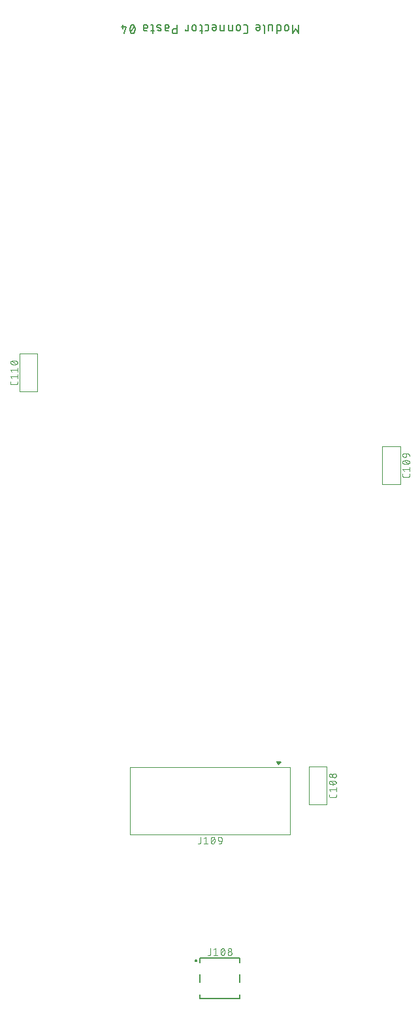
<source format=gbr>
G04 EAGLE Gerber RS-274X export*
G75*
%MOMM*%
%FSLAX34Y34*%
%LPD*%
%INSilkscreen Top*%
%IPPOS*%
%AMOC8*
5,1,8,0,0,1.08239X$1,22.5*%
G01*
%ADD10C,0.127000*%
%ADD11C,0.100000*%
%ADD12C,0.101600*%
%ADD13C,0.200000*%

G36*
X89016Y-453989D02*
X89016Y-453989D01*
X89095Y-453990D01*
X89115Y-453982D01*
X89136Y-453980D01*
X89206Y-453944D01*
X89279Y-453914D01*
X89296Y-453898D01*
X89313Y-453889D01*
X89341Y-453855D01*
X89399Y-453800D01*
X92399Y-449800D01*
X92429Y-449737D01*
X92466Y-449680D01*
X92471Y-449648D01*
X92485Y-449620D01*
X92488Y-449551D01*
X92499Y-449483D01*
X92492Y-449453D01*
X92493Y-449421D01*
X92469Y-449357D01*
X92453Y-449290D01*
X92434Y-449265D01*
X92423Y-449235D01*
X92376Y-449185D01*
X92335Y-449130D01*
X92308Y-449114D01*
X92286Y-449091D01*
X92223Y-449063D01*
X92164Y-449028D01*
X92129Y-449023D01*
X92104Y-449012D01*
X92062Y-449011D01*
X92000Y-449001D01*
X86000Y-449001D01*
X85933Y-449014D01*
X85864Y-449020D01*
X85836Y-449034D01*
X85805Y-449040D01*
X85748Y-449079D01*
X85687Y-449111D01*
X85667Y-449135D01*
X85641Y-449153D01*
X85604Y-449211D01*
X85560Y-449264D01*
X85551Y-449294D01*
X85534Y-449320D01*
X85523Y-449388D01*
X85503Y-449454D01*
X85506Y-449485D01*
X85501Y-449517D01*
X85517Y-449583D01*
X85524Y-449652D01*
X85541Y-449684D01*
X85547Y-449710D01*
X85572Y-449743D01*
X85601Y-449800D01*
X88601Y-453800D01*
X88660Y-453852D01*
X88714Y-453909D01*
X88733Y-453918D01*
X88749Y-453932D01*
X88824Y-453957D01*
X88896Y-453988D01*
X88917Y-453989D01*
X88938Y-453995D01*
X89016Y-453989D01*
G37*
D10*
X114935Y505715D02*
X114935Y494285D01*
X111125Y500635D01*
X107315Y494285D01*
X107315Y505715D01*
X101854Y503175D02*
X101854Y500635D01*
X101852Y500535D01*
X101846Y500436D01*
X101836Y500336D01*
X101823Y500238D01*
X101805Y500139D01*
X101784Y500042D01*
X101759Y499946D01*
X101730Y499850D01*
X101697Y499756D01*
X101661Y499663D01*
X101621Y499572D01*
X101577Y499482D01*
X101530Y499394D01*
X101480Y499308D01*
X101426Y499224D01*
X101369Y499142D01*
X101309Y499063D01*
X101245Y498985D01*
X101179Y498911D01*
X101110Y498839D01*
X101038Y498770D01*
X100964Y498704D01*
X100886Y498640D01*
X100807Y498580D01*
X100725Y498523D01*
X100641Y498469D01*
X100555Y498419D01*
X100467Y498372D01*
X100377Y498328D01*
X100286Y498288D01*
X100193Y498252D01*
X100099Y498219D01*
X100003Y498190D01*
X99907Y498165D01*
X99810Y498144D01*
X99711Y498126D01*
X99613Y498113D01*
X99513Y498103D01*
X99414Y498097D01*
X99314Y498095D01*
X99214Y498097D01*
X99115Y498103D01*
X99015Y498113D01*
X98917Y498126D01*
X98818Y498144D01*
X98721Y498165D01*
X98625Y498190D01*
X98529Y498219D01*
X98435Y498252D01*
X98342Y498288D01*
X98251Y498328D01*
X98161Y498372D01*
X98073Y498419D01*
X97987Y498469D01*
X97903Y498523D01*
X97821Y498580D01*
X97742Y498640D01*
X97664Y498704D01*
X97590Y498770D01*
X97518Y498839D01*
X97449Y498911D01*
X97383Y498985D01*
X97319Y499063D01*
X97259Y499142D01*
X97202Y499224D01*
X97148Y499308D01*
X97098Y499394D01*
X97051Y499482D01*
X97007Y499572D01*
X96967Y499663D01*
X96931Y499756D01*
X96898Y499850D01*
X96869Y499946D01*
X96844Y500042D01*
X96823Y500139D01*
X96805Y500238D01*
X96792Y500336D01*
X96782Y500436D01*
X96776Y500535D01*
X96774Y500635D01*
X96774Y503175D01*
X96776Y503275D01*
X96782Y503374D01*
X96792Y503474D01*
X96805Y503572D01*
X96823Y503671D01*
X96844Y503768D01*
X96869Y503864D01*
X96898Y503960D01*
X96931Y504054D01*
X96967Y504147D01*
X97007Y504238D01*
X97051Y504328D01*
X97098Y504416D01*
X97148Y504502D01*
X97202Y504586D01*
X97259Y504668D01*
X97319Y504747D01*
X97383Y504825D01*
X97449Y504899D01*
X97518Y504971D01*
X97590Y505040D01*
X97664Y505106D01*
X97742Y505170D01*
X97821Y505230D01*
X97903Y505287D01*
X97987Y505341D01*
X98073Y505391D01*
X98161Y505438D01*
X98251Y505482D01*
X98342Y505522D01*
X98435Y505558D01*
X98529Y505591D01*
X98625Y505620D01*
X98721Y505645D01*
X98818Y505666D01*
X98917Y505684D01*
X99015Y505697D01*
X99115Y505707D01*
X99214Y505713D01*
X99314Y505715D01*
X99414Y505713D01*
X99513Y505707D01*
X99613Y505697D01*
X99711Y505684D01*
X99810Y505666D01*
X99907Y505645D01*
X100003Y505620D01*
X100099Y505591D01*
X100193Y505558D01*
X100286Y505522D01*
X100377Y505482D01*
X100467Y505438D01*
X100555Y505391D01*
X100641Y505341D01*
X100725Y505287D01*
X100807Y505230D01*
X100886Y505170D01*
X100964Y505106D01*
X101038Y505040D01*
X101110Y504971D01*
X101179Y504899D01*
X101245Y504825D01*
X101309Y504747D01*
X101369Y504668D01*
X101426Y504586D01*
X101480Y504502D01*
X101530Y504416D01*
X101577Y504328D01*
X101621Y504238D01*
X101661Y504147D01*
X101697Y504054D01*
X101730Y503960D01*
X101759Y503864D01*
X101784Y503768D01*
X101805Y503671D01*
X101823Y503572D01*
X101836Y503474D01*
X101846Y503374D01*
X101852Y503275D01*
X101854Y503175D01*
X86934Y505715D02*
X86934Y494285D01*
X86934Y505715D02*
X90109Y505715D01*
X90194Y505713D01*
X90280Y505707D01*
X90365Y505698D01*
X90449Y505684D01*
X90533Y505667D01*
X90616Y505646D01*
X90698Y505622D01*
X90778Y505594D01*
X90858Y505562D01*
X90936Y505526D01*
X91012Y505488D01*
X91086Y505445D01*
X91158Y505400D01*
X91229Y505351D01*
X91297Y505299D01*
X91362Y505245D01*
X91425Y505187D01*
X91486Y505126D01*
X91544Y505063D01*
X91598Y504998D01*
X91650Y504930D01*
X91699Y504859D01*
X91744Y504787D01*
X91787Y504713D01*
X91825Y504637D01*
X91861Y504559D01*
X91893Y504479D01*
X91921Y504399D01*
X91945Y504317D01*
X91966Y504234D01*
X91983Y504150D01*
X91997Y504066D01*
X92006Y503981D01*
X92012Y503895D01*
X92014Y503810D01*
X92014Y500000D01*
X92012Y499915D01*
X92006Y499829D01*
X91997Y499744D01*
X91983Y499660D01*
X91966Y499576D01*
X91945Y499493D01*
X91921Y499411D01*
X91893Y499331D01*
X91861Y499251D01*
X91825Y499173D01*
X91787Y499097D01*
X91744Y499023D01*
X91699Y498951D01*
X91650Y498880D01*
X91598Y498812D01*
X91544Y498747D01*
X91486Y498684D01*
X91425Y498623D01*
X91362Y498565D01*
X91297Y498511D01*
X91229Y498459D01*
X91158Y498410D01*
X91086Y498365D01*
X91012Y498322D01*
X90936Y498284D01*
X90858Y498248D01*
X90778Y498216D01*
X90698Y498188D01*
X90616Y498164D01*
X90533Y498143D01*
X90449Y498126D01*
X90365Y498112D01*
X90280Y498103D01*
X90194Y498097D01*
X90109Y498095D01*
X86934Y498095D01*
X81280Y498095D02*
X81280Y503810D01*
X81278Y503895D01*
X81272Y503981D01*
X81263Y504066D01*
X81249Y504150D01*
X81232Y504234D01*
X81211Y504317D01*
X81187Y504399D01*
X81159Y504479D01*
X81127Y504559D01*
X81091Y504637D01*
X81053Y504713D01*
X81010Y504787D01*
X80965Y504859D01*
X80916Y504930D01*
X80864Y504998D01*
X80810Y505063D01*
X80752Y505126D01*
X80691Y505187D01*
X80628Y505245D01*
X80563Y505299D01*
X80495Y505351D01*
X80424Y505400D01*
X80352Y505445D01*
X80278Y505488D01*
X80202Y505526D01*
X80124Y505562D01*
X80044Y505594D01*
X79964Y505622D01*
X79882Y505646D01*
X79799Y505667D01*
X79715Y505684D01*
X79631Y505698D01*
X79546Y505707D01*
X79460Y505713D01*
X79375Y505715D01*
X76200Y505715D01*
X76200Y498095D01*
X70872Y494285D02*
X70872Y503810D01*
X70870Y503895D01*
X70864Y503981D01*
X70855Y504066D01*
X70841Y504150D01*
X70824Y504234D01*
X70803Y504317D01*
X70779Y504399D01*
X70751Y504479D01*
X70719Y504559D01*
X70683Y504637D01*
X70645Y504713D01*
X70602Y504787D01*
X70557Y504859D01*
X70508Y504930D01*
X70456Y504998D01*
X70402Y505063D01*
X70344Y505126D01*
X70283Y505187D01*
X70220Y505245D01*
X70155Y505299D01*
X70087Y505351D01*
X70016Y505400D01*
X69944Y505445D01*
X69870Y505488D01*
X69794Y505526D01*
X69716Y505562D01*
X69636Y505594D01*
X69556Y505622D01*
X69474Y505646D01*
X69391Y505667D01*
X69307Y505684D01*
X69223Y505698D01*
X69138Y505707D01*
X69052Y505713D01*
X68967Y505715D01*
X62992Y505715D02*
X59817Y505715D01*
X62992Y505715D02*
X63077Y505713D01*
X63163Y505707D01*
X63248Y505698D01*
X63332Y505684D01*
X63416Y505667D01*
X63499Y505646D01*
X63581Y505622D01*
X63661Y505594D01*
X63741Y505562D01*
X63819Y505526D01*
X63895Y505488D01*
X63969Y505445D01*
X64041Y505400D01*
X64112Y505351D01*
X64180Y505299D01*
X64245Y505245D01*
X64308Y505187D01*
X64369Y505126D01*
X64427Y505063D01*
X64481Y504998D01*
X64533Y504930D01*
X64582Y504859D01*
X64627Y504787D01*
X64670Y504713D01*
X64708Y504637D01*
X64744Y504559D01*
X64776Y504479D01*
X64804Y504399D01*
X64828Y504317D01*
X64849Y504234D01*
X64866Y504150D01*
X64880Y504066D01*
X64889Y503981D01*
X64895Y503895D01*
X64897Y503810D01*
X64897Y500635D01*
X64895Y500535D01*
X64889Y500436D01*
X64879Y500336D01*
X64866Y500238D01*
X64848Y500139D01*
X64827Y500042D01*
X64802Y499946D01*
X64773Y499850D01*
X64740Y499756D01*
X64704Y499663D01*
X64664Y499572D01*
X64620Y499482D01*
X64573Y499394D01*
X64523Y499308D01*
X64469Y499224D01*
X64412Y499142D01*
X64352Y499063D01*
X64288Y498985D01*
X64222Y498911D01*
X64153Y498839D01*
X64081Y498770D01*
X64007Y498704D01*
X63929Y498640D01*
X63850Y498580D01*
X63768Y498523D01*
X63684Y498469D01*
X63598Y498419D01*
X63510Y498372D01*
X63420Y498328D01*
X63329Y498288D01*
X63236Y498252D01*
X63142Y498219D01*
X63046Y498190D01*
X62950Y498165D01*
X62853Y498144D01*
X62754Y498126D01*
X62656Y498113D01*
X62556Y498103D01*
X62457Y498097D01*
X62357Y498095D01*
X62257Y498097D01*
X62158Y498103D01*
X62058Y498113D01*
X61960Y498126D01*
X61861Y498144D01*
X61764Y498165D01*
X61668Y498190D01*
X61572Y498219D01*
X61478Y498252D01*
X61385Y498288D01*
X61294Y498328D01*
X61204Y498372D01*
X61116Y498419D01*
X61030Y498469D01*
X60946Y498523D01*
X60864Y498580D01*
X60785Y498640D01*
X60707Y498704D01*
X60633Y498770D01*
X60561Y498839D01*
X60492Y498911D01*
X60426Y498985D01*
X60362Y499063D01*
X60302Y499142D01*
X60245Y499224D01*
X60191Y499308D01*
X60141Y499394D01*
X60094Y499482D01*
X60050Y499572D01*
X60010Y499663D01*
X59974Y499756D01*
X59941Y499850D01*
X59912Y499946D01*
X59887Y500042D01*
X59866Y500139D01*
X59848Y500238D01*
X59835Y500336D01*
X59825Y500436D01*
X59819Y500535D01*
X59817Y500635D01*
X59817Y501905D01*
X64897Y501905D01*
X46265Y505715D02*
X43725Y505715D01*
X46265Y505715D02*
X46365Y505713D01*
X46464Y505707D01*
X46564Y505697D01*
X46662Y505684D01*
X46761Y505666D01*
X46858Y505645D01*
X46954Y505620D01*
X47050Y505591D01*
X47144Y505558D01*
X47237Y505522D01*
X47328Y505482D01*
X47418Y505438D01*
X47506Y505391D01*
X47592Y505341D01*
X47676Y505287D01*
X47758Y505230D01*
X47837Y505170D01*
X47915Y505106D01*
X47989Y505040D01*
X48061Y504971D01*
X48130Y504899D01*
X48196Y504825D01*
X48260Y504747D01*
X48320Y504668D01*
X48377Y504586D01*
X48431Y504502D01*
X48481Y504416D01*
X48528Y504328D01*
X48572Y504238D01*
X48612Y504147D01*
X48648Y504054D01*
X48681Y503960D01*
X48710Y503864D01*
X48735Y503768D01*
X48756Y503671D01*
X48774Y503572D01*
X48787Y503474D01*
X48797Y503374D01*
X48803Y503275D01*
X48805Y503175D01*
X48805Y496825D01*
X48803Y496725D01*
X48797Y496626D01*
X48787Y496526D01*
X48774Y496428D01*
X48756Y496329D01*
X48735Y496232D01*
X48710Y496136D01*
X48681Y496040D01*
X48648Y495946D01*
X48612Y495853D01*
X48572Y495762D01*
X48528Y495672D01*
X48481Y495584D01*
X48431Y495498D01*
X48377Y495414D01*
X48320Y495332D01*
X48260Y495253D01*
X48196Y495175D01*
X48130Y495101D01*
X48061Y495029D01*
X47989Y494960D01*
X47915Y494894D01*
X47837Y494830D01*
X47758Y494770D01*
X47676Y494713D01*
X47592Y494659D01*
X47506Y494609D01*
X47418Y494562D01*
X47328Y494518D01*
X47237Y494478D01*
X47144Y494442D01*
X47050Y494409D01*
X46954Y494380D01*
X46858Y494355D01*
X46761Y494334D01*
X46662Y494316D01*
X46564Y494303D01*
X46464Y494293D01*
X46365Y494287D01*
X46265Y494285D01*
X43725Y494285D01*
X39370Y500635D02*
X39370Y503175D01*
X39370Y500635D02*
X39368Y500535D01*
X39362Y500436D01*
X39352Y500336D01*
X39339Y500238D01*
X39321Y500139D01*
X39300Y500042D01*
X39275Y499946D01*
X39246Y499850D01*
X39213Y499756D01*
X39177Y499663D01*
X39137Y499572D01*
X39093Y499482D01*
X39046Y499394D01*
X38996Y499308D01*
X38942Y499224D01*
X38885Y499142D01*
X38825Y499063D01*
X38761Y498985D01*
X38695Y498911D01*
X38626Y498839D01*
X38554Y498770D01*
X38480Y498704D01*
X38402Y498640D01*
X38323Y498580D01*
X38241Y498523D01*
X38157Y498469D01*
X38071Y498419D01*
X37983Y498372D01*
X37893Y498328D01*
X37802Y498288D01*
X37709Y498252D01*
X37615Y498219D01*
X37519Y498190D01*
X37423Y498165D01*
X37326Y498144D01*
X37227Y498126D01*
X37129Y498113D01*
X37029Y498103D01*
X36930Y498097D01*
X36830Y498095D01*
X36730Y498097D01*
X36631Y498103D01*
X36531Y498113D01*
X36433Y498126D01*
X36334Y498144D01*
X36237Y498165D01*
X36141Y498190D01*
X36045Y498219D01*
X35951Y498252D01*
X35858Y498288D01*
X35767Y498328D01*
X35677Y498372D01*
X35589Y498419D01*
X35503Y498469D01*
X35419Y498523D01*
X35337Y498580D01*
X35258Y498640D01*
X35180Y498704D01*
X35106Y498770D01*
X35034Y498839D01*
X34965Y498911D01*
X34899Y498985D01*
X34835Y499063D01*
X34775Y499142D01*
X34718Y499224D01*
X34664Y499308D01*
X34614Y499394D01*
X34567Y499482D01*
X34523Y499572D01*
X34483Y499663D01*
X34447Y499756D01*
X34414Y499850D01*
X34385Y499946D01*
X34360Y500042D01*
X34339Y500139D01*
X34321Y500238D01*
X34308Y500336D01*
X34298Y500436D01*
X34292Y500535D01*
X34290Y500635D01*
X34290Y503175D01*
X34292Y503275D01*
X34298Y503374D01*
X34308Y503474D01*
X34321Y503572D01*
X34339Y503671D01*
X34360Y503768D01*
X34385Y503864D01*
X34414Y503960D01*
X34447Y504054D01*
X34483Y504147D01*
X34523Y504238D01*
X34567Y504328D01*
X34614Y504416D01*
X34664Y504502D01*
X34718Y504586D01*
X34775Y504668D01*
X34835Y504747D01*
X34899Y504825D01*
X34965Y504899D01*
X35034Y504971D01*
X35106Y505040D01*
X35180Y505106D01*
X35258Y505170D01*
X35337Y505230D01*
X35419Y505287D01*
X35503Y505341D01*
X35589Y505391D01*
X35677Y505438D01*
X35767Y505482D01*
X35858Y505522D01*
X35951Y505558D01*
X36045Y505591D01*
X36141Y505620D01*
X36237Y505645D01*
X36334Y505666D01*
X36433Y505684D01*
X36531Y505697D01*
X36631Y505707D01*
X36730Y505713D01*
X36830Y505715D01*
X36930Y505713D01*
X37029Y505707D01*
X37129Y505697D01*
X37227Y505684D01*
X37326Y505666D01*
X37423Y505645D01*
X37519Y505620D01*
X37615Y505591D01*
X37709Y505558D01*
X37802Y505522D01*
X37893Y505482D01*
X37983Y505438D01*
X38071Y505391D01*
X38157Y505341D01*
X38241Y505287D01*
X38323Y505230D01*
X38402Y505170D01*
X38480Y505106D01*
X38554Y505040D01*
X38626Y504971D01*
X38695Y504899D01*
X38761Y504825D01*
X38825Y504747D01*
X38885Y504668D01*
X38942Y504586D01*
X38996Y504502D01*
X39046Y504416D01*
X39093Y504328D01*
X39137Y504238D01*
X39177Y504147D01*
X39213Y504054D01*
X39246Y503960D01*
X39275Y503864D01*
X39300Y503768D01*
X39321Y503671D01*
X39339Y503572D01*
X39352Y503474D01*
X39362Y503374D01*
X39368Y503275D01*
X39370Y503175D01*
X29083Y505715D02*
X29083Y498095D01*
X25908Y498095D01*
X25823Y498097D01*
X25737Y498103D01*
X25652Y498112D01*
X25568Y498126D01*
X25484Y498143D01*
X25401Y498164D01*
X25319Y498188D01*
X25239Y498216D01*
X25159Y498248D01*
X25081Y498284D01*
X25005Y498322D01*
X24931Y498365D01*
X24859Y498410D01*
X24788Y498459D01*
X24720Y498511D01*
X24655Y498565D01*
X24592Y498623D01*
X24531Y498684D01*
X24473Y498747D01*
X24419Y498812D01*
X24367Y498880D01*
X24318Y498951D01*
X24273Y499023D01*
X24230Y499097D01*
X24192Y499173D01*
X24156Y499251D01*
X24124Y499331D01*
X24096Y499411D01*
X24072Y499493D01*
X24051Y499576D01*
X24034Y499660D01*
X24020Y499744D01*
X24011Y499829D01*
X24005Y499915D01*
X24003Y500000D01*
X24003Y505715D01*
X18415Y505715D02*
X18415Y498095D01*
X15240Y498095D01*
X15155Y498097D01*
X15069Y498103D01*
X14984Y498112D01*
X14900Y498126D01*
X14816Y498143D01*
X14733Y498164D01*
X14651Y498188D01*
X14571Y498216D01*
X14491Y498248D01*
X14413Y498284D01*
X14337Y498322D01*
X14263Y498365D01*
X14191Y498410D01*
X14120Y498459D01*
X14052Y498511D01*
X13987Y498565D01*
X13924Y498623D01*
X13863Y498684D01*
X13805Y498747D01*
X13751Y498812D01*
X13699Y498880D01*
X13650Y498951D01*
X13605Y499023D01*
X13562Y499097D01*
X13524Y499173D01*
X13488Y499251D01*
X13456Y499331D01*
X13428Y499411D01*
X13404Y499493D01*
X13383Y499576D01*
X13366Y499660D01*
X13352Y499744D01*
X13343Y499829D01*
X13337Y499915D01*
X13335Y500000D01*
X13335Y505715D01*
X6223Y505715D02*
X3048Y505715D01*
X6223Y505715D02*
X6308Y505713D01*
X6394Y505707D01*
X6479Y505698D01*
X6563Y505684D01*
X6647Y505667D01*
X6730Y505646D01*
X6812Y505622D01*
X6892Y505594D01*
X6972Y505562D01*
X7050Y505526D01*
X7126Y505488D01*
X7200Y505445D01*
X7272Y505400D01*
X7343Y505351D01*
X7411Y505299D01*
X7476Y505245D01*
X7539Y505187D01*
X7600Y505126D01*
X7658Y505063D01*
X7712Y504998D01*
X7764Y504930D01*
X7813Y504859D01*
X7858Y504787D01*
X7901Y504713D01*
X7939Y504637D01*
X7975Y504559D01*
X8007Y504479D01*
X8035Y504399D01*
X8059Y504317D01*
X8080Y504234D01*
X8097Y504150D01*
X8111Y504066D01*
X8120Y503981D01*
X8126Y503895D01*
X8128Y503810D01*
X8128Y500635D01*
X8126Y500535D01*
X8120Y500436D01*
X8110Y500336D01*
X8097Y500238D01*
X8079Y500139D01*
X8058Y500042D01*
X8033Y499946D01*
X8004Y499850D01*
X7971Y499756D01*
X7935Y499663D01*
X7895Y499572D01*
X7851Y499482D01*
X7804Y499394D01*
X7754Y499308D01*
X7700Y499224D01*
X7643Y499142D01*
X7583Y499063D01*
X7519Y498985D01*
X7453Y498911D01*
X7384Y498839D01*
X7312Y498770D01*
X7238Y498704D01*
X7160Y498640D01*
X7081Y498580D01*
X6999Y498523D01*
X6915Y498469D01*
X6829Y498419D01*
X6741Y498372D01*
X6651Y498328D01*
X6560Y498288D01*
X6467Y498252D01*
X6373Y498219D01*
X6277Y498190D01*
X6181Y498165D01*
X6084Y498144D01*
X5985Y498126D01*
X5887Y498113D01*
X5787Y498103D01*
X5688Y498097D01*
X5588Y498095D01*
X5488Y498097D01*
X5389Y498103D01*
X5289Y498113D01*
X5191Y498126D01*
X5092Y498144D01*
X4995Y498165D01*
X4899Y498190D01*
X4803Y498219D01*
X4709Y498252D01*
X4616Y498288D01*
X4525Y498328D01*
X4435Y498372D01*
X4347Y498419D01*
X4261Y498469D01*
X4177Y498523D01*
X4095Y498580D01*
X4016Y498640D01*
X3938Y498704D01*
X3864Y498770D01*
X3792Y498839D01*
X3723Y498911D01*
X3657Y498985D01*
X3593Y499063D01*
X3533Y499142D01*
X3476Y499224D01*
X3422Y499308D01*
X3372Y499394D01*
X3325Y499482D01*
X3281Y499572D01*
X3241Y499663D01*
X3205Y499756D01*
X3172Y499850D01*
X3143Y499946D01*
X3118Y500042D01*
X3097Y500139D01*
X3079Y500238D01*
X3066Y500336D01*
X3056Y500436D01*
X3050Y500535D01*
X3048Y500635D01*
X3048Y501905D01*
X8128Y501905D01*
X-3698Y505715D02*
X-6238Y505715D01*
X-3698Y505715D02*
X-3613Y505713D01*
X-3527Y505707D01*
X-3442Y505698D01*
X-3358Y505684D01*
X-3274Y505667D01*
X-3191Y505646D01*
X-3109Y505622D01*
X-3029Y505594D01*
X-2949Y505562D01*
X-2871Y505526D01*
X-2795Y505488D01*
X-2721Y505445D01*
X-2649Y505400D01*
X-2578Y505351D01*
X-2510Y505299D01*
X-2445Y505245D01*
X-2382Y505187D01*
X-2321Y505126D01*
X-2263Y505063D01*
X-2209Y504998D01*
X-2157Y504930D01*
X-2108Y504859D01*
X-2063Y504787D01*
X-2020Y504713D01*
X-1982Y504637D01*
X-1946Y504559D01*
X-1914Y504479D01*
X-1886Y504399D01*
X-1862Y504317D01*
X-1841Y504234D01*
X-1824Y504150D01*
X-1810Y504066D01*
X-1801Y503981D01*
X-1795Y503895D01*
X-1793Y503810D01*
X-1793Y500000D01*
X-1795Y499915D01*
X-1801Y499829D01*
X-1810Y499744D01*
X-1824Y499660D01*
X-1841Y499576D01*
X-1862Y499493D01*
X-1886Y499411D01*
X-1914Y499331D01*
X-1946Y499251D01*
X-1982Y499173D01*
X-2020Y499097D01*
X-2063Y499023D01*
X-2108Y498951D01*
X-2157Y498880D01*
X-2209Y498812D01*
X-2263Y498747D01*
X-2321Y498684D01*
X-2382Y498623D01*
X-2445Y498565D01*
X-2510Y498511D01*
X-2578Y498459D01*
X-2649Y498410D01*
X-2721Y498365D01*
X-2795Y498322D01*
X-2871Y498284D01*
X-2949Y498248D01*
X-3029Y498216D01*
X-3109Y498188D01*
X-3191Y498164D01*
X-3274Y498143D01*
X-3358Y498126D01*
X-3442Y498112D01*
X-3527Y498103D01*
X-3613Y498097D01*
X-3698Y498095D01*
X-6238Y498095D01*
X-9548Y498095D02*
X-13358Y498095D01*
X-10818Y494285D02*
X-10818Y503810D01*
X-10820Y503895D01*
X-10826Y503981D01*
X-10835Y504066D01*
X-10849Y504150D01*
X-10866Y504234D01*
X-10887Y504317D01*
X-10911Y504399D01*
X-10939Y504479D01*
X-10971Y504559D01*
X-11007Y504637D01*
X-11045Y504713D01*
X-11088Y504787D01*
X-11133Y504859D01*
X-11182Y504930D01*
X-11234Y504998D01*
X-11288Y505063D01*
X-11346Y505126D01*
X-11407Y505187D01*
X-11470Y505245D01*
X-11535Y505299D01*
X-11603Y505351D01*
X-11674Y505400D01*
X-11746Y505445D01*
X-11820Y505488D01*
X-11896Y505526D01*
X-11974Y505562D01*
X-12054Y505594D01*
X-12134Y505622D01*
X-12216Y505646D01*
X-12299Y505667D01*
X-12383Y505684D01*
X-12467Y505698D01*
X-12552Y505707D01*
X-12638Y505713D01*
X-12723Y505715D01*
X-13358Y505715D01*
X-17780Y503175D02*
X-17780Y500635D01*
X-17782Y500535D01*
X-17788Y500436D01*
X-17798Y500336D01*
X-17811Y500238D01*
X-17829Y500139D01*
X-17850Y500042D01*
X-17875Y499946D01*
X-17904Y499850D01*
X-17937Y499756D01*
X-17973Y499663D01*
X-18013Y499572D01*
X-18057Y499482D01*
X-18104Y499394D01*
X-18154Y499308D01*
X-18208Y499224D01*
X-18265Y499142D01*
X-18325Y499063D01*
X-18389Y498985D01*
X-18455Y498911D01*
X-18524Y498839D01*
X-18596Y498770D01*
X-18670Y498704D01*
X-18748Y498640D01*
X-18827Y498580D01*
X-18909Y498523D01*
X-18993Y498469D01*
X-19079Y498419D01*
X-19167Y498372D01*
X-19257Y498328D01*
X-19348Y498288D01*
X-19441Y498252D01*
X-19535Y498219D01*
X-19631Y498190D01*
X-19727Y498165D01*
X-19824Y498144D01*
X-19923Y498126D01*
X-20021Y498113D01*
X-20121Y498103D01*
X-20220Y498097D01*
X-20320Y498095D01*
X-20420Y498097D01*
X-20519Y498103D01*
X-20619Y498113D01*
X-20717Y498126D01*
X-20816Y498144D01*
X-20913Y498165D01*
X-21009Y498190D01*
X-21105Y498219D01*
X-21199Y498252D01*
X-21292Y498288D01*
X-21383Y498328D01*
X-21473Y498372D01*
X-21561Y498419D01*
X-21647Y498469D01*
X-21731Y498523D01*
X-21813Y498580D01*
X-21892Y498640D01*
X-21970Y498704D01*
X-22044Y498770D01*
X-22116Y498839D01*
X-22185Y498911D01*
X-22251Y498985D01*
X-22315Y499063D01*
X-22375Y499142D01*
X-22432Y499224D01*
X-22486Y499308D01*
X-22536Y499394D01*
X-22583Y499482D01*
X-22627Y499572D01*
X-22667Y499663D01*
X-22703Y499756D01*
X-22736Y499850D01*
X-22765Y499946D01*
X-22790Y500042D01*
X-22811Y500139D01*
X-22829Y500238D01*
X-22842Y500336D01*
X-22852Y500436D01*
X-22858Y500535D01*
X-22860Y500635D01*
X-22860Y503175D01*
X-22858Y503275D01*
X-22852Y503374D01*
X-22842Y503474D01*
X-22829Y503572D01*
X-22811Y503671D01*
X-22790Y503768D01*
X-22765Y503864D01*
X-22736Y503960D01*
X-22703Y504054D01*
X-22667Y504147D01*
X-22627Y504238D01*
X-22583Y504328D01*
X-22536Y504416D01*
X-22486Y504502D01*
X-22432Y504586D01*
X-22375Y504668D01*
X-22315Y504747D01*
X-22251Y504825D01*
X-22185Y504899D01*
X-22116Y504971D01*
X-22044Y505040D01*
X-21970Y505106D01*
X-21892Y505170D01*
X-21813Y505230D01*
X-21731Y505287D01*
X-21647Y505341D01*
X-21561Y505391D01*
X-21473Y505438D01*
X-21383Y505482D01*
X-21292Y505522D01*
X-21199Y505558D01*
X-21105Y505591D01*
X-21009Y505620D01*
X-20913Y505645D01*
X-20816Y505666D01*
X-20717Y505684D01*
X-20619Y505697D01*
X-20519Y505707D01*
X-20420Y505713D01*
X-20320Y505715D01*
X-20220Y505713D01*
X-20121Y505707D01*
X-20021Y505697D01*
X-19923Y505684D01*
X-19824Y505666D01*
X-19727Y505645D01*
X-19631Y505620D01*
X-19535Y505591D01*
X-19441Y505558D01*
X-19348Y505522D01*
X-19257Y505482D01*
X-19167Y505438D01*
X-19079Y505391D01*
X-18993Y505341D01*
X-18909Y505287D01*
X-18827Y505230D01*
X-18748Y505170D01*
X-18670Y505106D01*
X-18596Y505040D01*
X-18524Y504971D01*
X-18455Y504899D01*
X-18389Y504825D01*
X-18325Y504747D01*
X-18265Y504668D01*
X-18208Y504586D01*
X-18154Y504502D01*
X-18104Y504416D01*
X-18057Y504328D01*
X-18013Y504238D01*
X-17973Y504147D01*
X-17937Y504054D01*
X-17904Y503960D01*
X-17875Y503864D01*
X-17850Y503768D01*
X-17829Y503671D01*
X-17811Y503572D01*
X-17798Y503474D01*
X-17788Y503374D01*
X-17782Y503275D01*
X-17780Y503175D01*
X-28142Y505715D02*
X-28142Y498095D01*
X-31952Y498095D01*
X-31952Y499365D01*
X-42481Y494285D02*
X-42481Y505715D01*
X-42481Y494285D02*
X-45656Y494285D01*
X-45767Y494287D01*
X-45877Y494293D01*
X-45988Y494302D01*
X-46098Y494316D01*
X-46207Y494333D01*
X-46316Y494354D01*
X-46424Y494379D01*
X-46531Y494408D01*
X-46637Y494440D01*
X-46742Y494476D01*
X-46845Y494516D01*
X-46947Y494559D01*
X-47048Y494606D01*
X-47147Y494657D01*
X-47244Y494710D01*
X-47338Y494767D01*
X-47431Y494828D01*
X-47522Y494891D01*
X-47611Y494958D01*
X-47697Y495028D01*
X-47780Y495101D01*
X-47862Y495176D01*
X-47940Y495254D01*
X-48015Y495336D01*
X-48088Y495419D01*
X-48158Y495505D01*
X-48225Y495594D01*
X-48288Y495685D01*
X-48349Y495778D01*
X-48406Y495873D01*
X-48459Y495969D01*
X-48510Y496068D01*
X-48557Y496169D01*
X-48600Y496271D01*
X-48640Y496374D01*
X-48676Y496479D01*
X-48708Y496585D01*
X-48737Y496692D01*
X-48762Y496800D01*
X-48783Y496909D01*
X-48800Y497018D01*
X-48814Y497128D01*
X-48823Y497239D01*
X-48829Y497349D01*
X-48831Y497460D01*
X-48829Y497571D01*
X-48823Y497681D01*
X-48814Y497792D01*
X-48800Y497902D01*
X-48783Y498011D01*
X-48762Y498120D01*
X-48737Y498228D01*
X-48708Y498335D01*
X-48676Y498441D01*
X-48640Y498546D01*
X-48600Y498649D01*
X-48557Y498751D01*
X-48510Y498852D01*
X-48459Y498951D01*
X-48406Y499048D01*
X-48349Y499142D01*
X-48288Y499235D01*
X-48225Y499326D01*
X-48158Y499415D01*
X-48088Y499501D01*
X-48015Y499584D01*
X-47940Y499666D01*
X-47862Y499744D01*
X-47780Y499819D01*
X-47697Y499892D01*
X-47611Y499962D01*
X-47522Y500029D01*
X-47431Y500092D01*
X-47338Y500153D01*
X-47244Y500210D01*
X-47147Y500263D01*
X-47048Y500314D01*
X-46947Y500361D01*
X-46845Y500404D01*
X-46742Y500444D01*
X-46637Y500480D01*
X-46531Y500512D01*
X-46424Y500541D01*
X-46316Y500566D01*
X-46207Y500587D01*
X-46098Y500604D01*
X-45988Y500618D01*
X-45877Y500627D01*
X-45767Y500633D01*
X-45656Y500635D01*
X-42481Y500635D01*
X-55369Y501270D02*
X-58227Y501270D01*
X-55369Y501270D02*
X-55276Y501272D01*
X-55183Y501278D01*
X-55090Y501288D01*
X-54998Y501301D01*
X-54907Y501319D01*
X-54816Y501340D01*
X-54726Y501365D01*
X-54638Y501394D01*
X-54551Y501426D01*
X-54465Y501462D01*
X-54381Y501502D01*
X-54298Y501545D01*
X-54217Y501592D01*
X-54139Y501641D01*
X-54062Y501695D01*
X-53988Y501751D01*
X-53916Y501810D01*
X-53847Y501873D01*
X-53781Y501938D01*
X-53717Y502006D01*
X-53656Y502076D01*
X-53598Y502149D01*
X-53544Y502224D01*
X-53492Y502302D01*
X-53444Y502382D01*
X-53399Y502463D01*
X-53358Y502546D01*
X-53320Y502632D01*
X-53285Y502718D01*
X-53255Y502806D01*
X-53228Y502895D01*
X-53205Y502985D01*
X-53185Y503076D01*
X-53170Y503168D01*
X-53158Y503261D01*
X-53150Y503353D01*
X-53146Y503446D01*
X-53146Y503540D01*
X-53150Y503633D01*
X-53158Y503725D01*
X-53170Y503818D01*
X-53185Y503910D01*
X-53205Y504001D01*
X-53228Y504091D01*
X-53255Y504180D01*
X-53285Y504268D01*
X-53320Y504354D01*
X-53358Y504440D01*
X-53399Y504523D01*
X-53444Y504605D01*
X-53492Y504684D01*
X-53544Y504762D01*
X-53598Y504837D01*
X-53656Y504910D01*
X-53717Y504980D01*
X-53781Y505048D01*
X-53847Y505113D01*
X-53916Y505176D01*
X-53988Y505235D01*
X-54062Y505291D01*
X-54139Y505345D01*
X-54217Y505394D01*
X-54298Y505441D01*
X-54381Y505484D01*
X-54465Y505524D01*
X-54551Y505560D01*
X-54638Y505592D01*
X-54726Y505621D01*
X-54816Y505646D01*
X-54907Y505667D01*
X-54998Y505685D01*
X-55090Y505698D01*
X-55183Y505708D01*
X-55276Y505714D01*
X-55369Y505716D01*
X-55369Y505715D02*
X-58227Y505715D01*
X-58227Y500000D01*
X-58225Y499915D01*
X-58219Y499829D01*
X-58210Y499744D01*
X-58196Y499660D01*
X-58179Y499576D01*
X-58158Y499493D01*
X-58134Y499411D01*
X-58106Y499331D01*
X-58074Y499251D01*
X-58038Y499173D01*
X-58000Y499097D01*
X-57957Y499023D01*
X-57912Y498951D01*
X-57863Y498880D01*
X-57811Y498812D01*
X-57757Y498747D01*
X-57699Y498684D01*
X-57638Y498623D01*
X-57575Y498565D01*
X-57510Y498511D01*
X-57442Y498459D01*
X-57371Y498410D01*
X-57299Y498365D01*
X-57225Y498322D01*
X-57149Y498284D01*
X-57071Y498248D01*
X-56991Y498216D01*
X-56911Y498188D01*
X-56829Y498164D01*
X-56746Y498143D01*
X-56662Y498126D01*
X-56578Y498112D01*
X-56493Y498103D01*
X-56407Y498097D01*
X-56322Y498095D01*
X-53782Y498095D01*
X-64452Y501270D02*
X-67627Y502540D01*
X-64453Y501269D02*
X-64379Y501238D01*
X-64307Y501203D01*
X-64237Y501164D01*
X-64168Y501122D01*
X-64102Y501077D01*
X-64038Y501028D01*
X-63977Y500977D01*
X-63918Y500923D01*
X-63862Y500865D01*
X-63809Y500806D01*
X-63758Y500743D01*
X-63711Y500679D01*
X-63667Y500612D01*
X-63626Y500543D01*
X-63589Y500472D01*
X-63555Y500399D01*
X-63525Y500325D01*
X-63498Y500249D01*
X-63476Y500172D01*
X-63456Y500095D01*
X-63441Y500016D01*
X-63430Y499937D01*
X-63422Y499857D01*
X-63418Y499777D01*
X-63419Y499697D01*
X-63423Y499617D01*
X-63431Y499537D01*
X-63443Y499458D01*
X-63458Y499379D01*
X-63478Y499301D01*
X-63501Y499225D01*
X-63528Y499149D01*
X-63559Y499075D01*
X-63593Y499003D01*
X-63631Y498932D01*
X-63672Y498863D01*
X-63716Y498796D01*
X-63764Y498732D01*
X-63814Y498670D01*
X-63868Y498610D01*
X-63924Y498553D01*
X-63984Y498499D01*
X-64045Y498448D01*
X-64109Y498400D01*
X-64176Y498355D01*
X-64244Y498314D01*
X-64315Y498275D01*
X-64387Y498241D01*
X-64461Y498210D01*
X-64536Y498182D01*
X-64613Y498158D01*
X-64690Y498138D01*
X-64769Y498122D01*
X-64848Y498109D01*
X-64927Y498101D01*
X-65007Y498096D01*
X-65088Y498095D01*
X-65087Y498096D02*
X-65260Y498100D01*
X-65434Y498109D01*
X-65606Y498122D01*
X-65779Y498139D01*
X-65951Y498160D01*
X-66123Y498185D01*
X-66293Y498215D01*
X-66464Y498248D01*
X-66633Y498286D01*
X-66801Y498328D01*
X-66968Y498373D01*
X-67134Y498423D01*
X-67299Y498477D01*
X-67463Y498534D01*
X-67625Y498596D01*
X-67785Y498661D01*
X-67944Y498731D01*
X-67627Y502541D02*
X-67701Y502572D01*
X-67773Y502607D01*
X-67843Y502646D01*
X-67912Y502688D01*
X-67978Y502733D01*
X-68042Y502782D01*
X-68103Y502833D01*
X-68162Y502887D01*
X-68218Y502945D01*
X-68271Y503004D01*
X-68322Y503067D01*
X-68369Y503131D01*
X-68413Y503198D01*
X-68454Y503267D01*
X-68491Y503338D01*
X-68525Y503411D01*
X-68555Y503485D01*
X-68582Y503561D01*
X-68604Y503638D01*
X-68624Y503715D01*
X-68639Y503794D01*
X-68650Y503873D01*
X-68658Y503953D01*
X-68662Y504033D01*
X-68661Y504113D01*
X-68657Y504193D01*
X-68649Y504273D01*
X-68637Y504352D01*
X-68622Y504431D01*
X-68602Y504509D01*
X-68579Y504585D01*
X-68552Y504661D01*
X-68521Y504735D01*
X-68487Y504807D01*
X-68449Y504878D01*
X-68408Y504947D01*
X-68364Y505014D01*
X-68316Y505078D01*
X-68266Y505140D01*
X-68212Y505200D01*
X-68156Y505257D01*
X-68096Y505311D01*
X-68035Y505362D01*
X-67971Y505410D01*
X-67904Y505455D01*
X-67836Y505496D01*
X-67765Y505535D01*
X-67693Y505569D01*
X-67619Y505600D01*
X-67544Y505628D01*
X-67467Y505652D01*
X-67390Y505672D01*
X-67311Y505688D01*
X-67232Y505701D01*
X-67153Y505709D01*
X-67073Y505714D01*
X-66992Y505715D01*
X-66992Y505716D02*
X-66737Y505709D01*
X-66483Y505697D01*
X-66229Y505678D01*
X-65975Y505653D01*
X-65723Y505623D01*
X-65471Y505586D01*
X-65219Y505543D01*
X-64969Y505495D01*
X-64721Y505440D01*
X-64473Y505380D01*
X-64227Y505314D01*
X-63983Y505242D01*
X-63740Y505164D01*
X-63499Y505081D01*
X-72413Y498095D02*
X-76223Y498095D01*
X-73683Y494285D02*
X-73683Y503810D01*
X-73685Y503895D01*
X-73691Y503981D01*
X-73700Y504066D01*
X-73714Y504150D01*
X-73731Y504234D01*
X-73752Y504317D01*
X-73776Y504399D01*
X-73804Y504479D01*
X-73836Y504559D01*
X-73872Y504637D01*
X-73910Y504713D01*
X-73953Y504787D01*
X-73998Y504859D01*
X-74047Y504930D01*
X-74099Y504998D01*
X-74153Y505063D01*
X-74211Y505126D01*
X-74272Y505187D01*
X-74335Y505245D01*
X-74400Y505299D01*
X-74468Y505351D01*
X-74539Y505400D01*
X-74611Y505445D01*
X-74685Y505488D01*
X-74761Y505526D01*
X-74839Y505562D01*
X-74919Y505594D01*
X-74999Y505622D01*
X-75081Y505646D01*
X-75164Y505667D01*
X-75248Y505684D01*
X-75332Y505698D01*
X-75417Y505707D01*
X-75503Y505713D01*
X-75588Y505715D01*
X-76223Y505715D01*
X-82801Y501270D02*
X-85659Y501270D01*
X-82801Y501270D02*
X-82708Y501272D01*
X-82615Y501278D01*
X-82522Y501288D01*
X-82430Y501301D01*
X-82339Y501319D01*
X-82248Y501340D01*
X-82158Y501365D01*
X-82070Y501394D01*
X-81983Y501426D01*
X-81897Y501462D01*
X-81813Y501502D01*
X-81730Y501545D01*
X-81649Y501592D01*
X-81571Y501641D01*
X-81494Y501695D01*
X-81420Y501751D01*
X-81348Y501810D01*
X-81279Y501873D01*
X-81213Y501938D01*
X-81149Y502006D01*
X-81088Y502076D01*
X-81030Y502149D01*
X-80976Y502224D01*
X-80924Y502302D01*
X-80876Y502382D01*
X-80831Y502463D01*
X-80790Y502546D01*
X-80752Y502632D01*
X-80717Y502718D01*
X-80687Y502806D01*
X-80660Y502895D01*
X-80637Y502985D01*
X-80617Y503076D01*
X-80602Y503168D01*
X-80590Y503261D01*
X-80582Y503353D01*
X-80578Y503446D01*
X-80578Y503540D01*
X-80582Y503633D01*
X-80590Y503725D01*
X-80602Y503818D01*
X-80617Y503910D01*
X-80637Y504001D01*
X-80660Y504091D01*
X-80687Y504180D01*
X-80717Y504268D01*
X-80752Y504354D01*
X-80790Y504440D01*
X-80831Y504523D01*
X-80876Y504605D01*
X-80924Y504684D01*
X-80976Y504762D01*
X-81030Y504837D01*
X-81088Y504910D01*
X-81149Y504980D01*
X-81213Y505048D01*
X-81279Y505113D01*
X-81348Y505176D01*
X-81420Y505235D01*
X-81494Y505291D01*
X-81571Y505345D01*
X-81649Y505394D01*
X-81730Y505441D01*
X-81813Y505484D01*
X-81897Y505524D01*
X-81983Y505560D01*
X-82070Y505592D01*
X-82158Y505621D01*
X-82248Y505646D01*
X-82339Y505667D01*
X-82430Y505685D01*
X-82522Y505698D01*
X-82615Y505708D01*
X-82708Y505714D01*
X-82801Y505716D01*
X-82801Y505715D02*
X-85659Y505715D01*
X-85659Y500000D01*
X-85657Y499915D01*
X-85651Y499829D01*
X-85642Y499744D01*
X-85628Y499660D01*
X-85611Y499576D01*
X-85590Y499493D01*
X-85566Y499411D01*
X-85538Y499331D01*
X-85506Y499251D01*
X-85470Y499173D01*
X-85432Y499097D01*
X-85389Y499023D01*
X-85344Y498951D01*
X-85295Y498880D01*
X-85243Y498812D01*
X-85189Y498747D01*
X-85131Y498684D01*
X-85070Y498623D01*
X-85007Y498565D01*
X-84942Y498511D01*
X-84874Y498459D01*
X-84803Y498410D01*
X-84731Y498365D01*
X-84657Y498322D01*
X-84581Y498284D01*
X-84503Y498248D01*
X-84423Y498216D01*
X-84343Y498188D01*
X-84261Y498164D01*
X-84178Y498143D01*
X-84094Y498126D01*
X-84010Y498112D01*
X-83925Y498103D01*
X-83839Y498097D01*
X-83754Y498095D01*
X-81214Y498095D01*
X-97155Y500000D02*
X-97158Y499775D01*
X-97166Y499550D01*
X-97179Y499326D01*
X-97198Y499102D01*
X-97222Y498878D01*
X-97251Y498655D01*
X-97286Y498433D01*
X-97326Y498212D01*
X-97372Y497992D01*
X-97422Y497773D01*
X-97478Y497555D01*
X-97539Y497338D01*
X-97605Y497123D01*
X-97676Y496910D01*
X-97753Y496699D01*
X-97834Y496489D01*
X-97920Y496281D01*
X-98011Y496076D01*
X-98107Y495873D01*
X-98139Y495785D01*
X-98175Y495698D01*
X-98214Y495612D01*
X-98257Y495528D01*
X-98303Y495446D01*
X-98352Y495366D01*
X-98404Y495288D01*
X-98460Y495212D01*
X-98518Y495138D01*
X-98580Y495067D01*
X-98644Y494998D01*
X-98711Y494932D01*
X-98780Y494869D01*
X-98852Y494808D01*
X-98926Y494750D01*
X-99003Y494696D01*
X-99081Y494644D01*
X-99162Y494596D01*
X-99244Y494551D01*
X-99329Y494509D01*
X-99415Y494471D01*
X-99502Y494436D01*
X-99590Y494404D01*
X-99680Y494377D01*
X-99771Y494352D01*
X-99863Y494332D01*
X-99955Y494315D01*
X-100049Y494302D01*
X-100142Y494293D01*
X-100236Y494287D01*
X-100330Y494285D01*
X-100424Y494287D01*
X-100518Y494293D01*
X-100611Y494302D01*
X-100705Y494315D01*
X-100797Y494332D01*
X-100889Y494352D01*
X-100980Y494377D01*
X-101070Y494404D01*
X-101158Y494436D01*
X-101245Y494471D01*
X-101331Y494509D01*
X-101416Y494551D01*
X-101498Y494596D01*
X-101579Y494644D01*
X-101657Y494696D01*
X-101734Y494750D01*
X-101808Y494808D01*
X-101880Y494869D01*
X-101949Y494932D01*
X-102016Y494998D01*
X-102080Y495067D01*
X-102142Y495138D01*
X-102200Y495212D01*
X-102256Y495288D01*
X-102308Y495366D01*
X-102357Y495446D01*
X-102403Y495528D01*
X-102446Y495612D01*
X-102485Y495698D01*
X-102521Y495785D01*
X-102553Y495873D01*
X-102649Y496076D01*
X-102740Y496281D01*
X-102826Y496489D01*
X-102907Y496699D01*
X-102984Y496910D01*
X-103055Y497123D01*
X-103121Y497338D01*
X-103182Y497555D01*
X-103238Y497773D01*
X-103288Y497992D01*
X-103334Y498212D01*
X-103374Y498433D01*
X-103409Y498655D01*
X-103438Y498878D01*
X-103462Y499102D01*
X-103481Y499326D01*
X-103494Y499550D01*
X-103502Y499775D01*
X-103505Y500000D01*
X-97155Y500000D02*
X-97158Y500225D01*
X-97166Y500450D01*
X-97179Y500674D01*
X-97198Y500898D01*
X-97222Y501122D01*
X-97251Y501345D01*
X-97286Y501567D01*
X-97326Y501788D01*
X-97372Y502008D01*
X-97422Y502227D01*
X-97478Y502445D01*
X-97539Y502662D01*
X-97605Y502877D01*
X-97676Y503090D01*
X-97753Y503301D01*
X-97834Y503511D01*
X-97920Y503719D01*
X-98011Y503924D01*
X-98107Y504127D01*
X-98107Y504128D02*
X-98139Y504216D01*
X-98175Y504303D01*
X-98214Y504389D01*
X-98257Y504473D01*
X-98303Y504555D01*
X-98352Y504635D01*
X-98404Y504713D01*
X-98460Y504789D01*
X-98518Y504863D01*
X-98580Y504934D01*
X-98644Y505003D01*
X-98711Y505069D01*
X-98780Y505132D01*
X-98852Y505193D01*
X-98926Y505251D01*
X-99003Y505305D01*
X-99081Y505357D01*
X-99162Y505405D01*
X-99244Y505450D01*
X-99329Y505492D01*
X-99415Y505530D01*
X-99502Y505565D01*
X-99590Y505597D01*
X-99680Y505624D01*
X-99771Y505649D01*
X-99863Y505669D01*
X-99955Y505686D01*
X-100049Y505699D01*
X-100142Y505708D01*
X-100236Y505714D01*
X-100330Y505716D01*
X-102553Y504127D02*
X-102649Y503924D01*
X-102740Y503719D01*
X-102826Y503511D01*
X-102907Y503301D01*
X-102984Y503090D01*
X-103055Y502877D01*
X-103121Y502662D01*
X-103182Y502445D01*
X-103238Y502227D01*
X-103288Y502008D01*
X-103334Y501788D01*
X-103374Y501567D01*
X-103409Y501345D01*
X-103438Y501122D01*
X-103462Y500898D01*
X-103481Y500674D01*
X-103494Y500450D01*
X-103502Y500225D01*
X-103505Y500000D01*
X-102553Y504128D02*
X-102521Y504216D01*
X-102485Y504303D01*
X-102446Y504389D01*
X-102403Y504473D01*
X-102357Y504555D01*
X-102308Y504635D01*
X-102256Y504713D01*
X-102200Y504789D01*
X-102142Y504863D01*
X-102080Y504934D01*
X-102016Y505003D01*
X-101949Y505069D01*
X-101880Y505132D01*
X-101808Y505193D01*
X-101734Y505251D01*
X-101657Y505305D01*
X-101579Y505357D01*
X-101498Y505405D01*
X-101416Y505450D01*
X-101331Y505492D01*
X-101245Y505530D01*
X-101158Y505565D01*
X-101070Y505597D01*
X-100980Y505624D01*
X-100889Y505649D01*
X-100797Y505669D01*
X-100705Y505686D01*
X-100611Y505699D01*
X-100518Y505708D01*
X-100424Y505714D01*
X-100330Y505716D01*
X-97790Y503175D02*
X-102870Y496825D01*
X-108585Y503175D02*
X-111125Y494285D01*
X-108585Y503175D02*
X-114935Y503175D01*
X-113030Y500635D02*
X-113030Y505715D01*
D11*
X-104000Y-543500D02*
X104000Y-543500D01*
X-104000Y-543500D02*
X-104000Y-456500D01*
X104000Y-456500D01*
X104000Y-543500D01*
D12*
X-12323Y-546508D02*
X-12323Y-553620D01*
X-12325Y-553709D01*
X-12331Y-553797D01*
X-12340Y-553885D01*
X-12354Y-553973D01*
X-12371Y-554060D01*
X-12392Y-554146D01*
X-12417Y-554231D01*
X-12446Y-554315D01*
X-12478Y-554398D01*
X-12513Y-554479D01*
X-12553Y-554558D01*
X-12595Y-554636D01*
X-12641Y-554712D01*
X-12690Y-554786D01*
X-12743Y-554857D01*
X-12798Y-554926D01*
X-12857Y-554993D01*
X-12918Y-555057D01*
X-12982Y-555118D01*
X-13049Y-555177D01*
X-13118Y-555232D01*
X-13189Y-555285D01*
X-13263Y-555334D01*
X-13339Y-555380D01*
X-13417Y-555422D01*
X-13496Y-555462D01*
X-13577Y-555497D01*
X-13660Y-555529D01*
X-13744Y-555558D01*
X-13829Y-555583D01*
X-13915Y-555604D01*
X-14002Y-555621D01*
X-14090Y-555635D01*
X-14178Y-555644D01*
X-14266Y-555650D01*
X-14355Y-555652D01*
X-15371Y-555652D01*
X-7997Y-548540D02*
X-5457Y-546508D01*
X-5457Y-555652D01*
X-7997Y-555652D02*
X-2917Y-555652D01*
X1148Y-551080D02*
X1150Y-550900D01*
X1157Y-550720D01*
X1167Y-550541D01*
X1182Y-550362D01*
X1202Y-550183D01*
X1225Y-550004D01*
X1253Y-549827D01*
X1285Y-549650D01*
X1321Y-549473D01*
X1362Y-549298D01*
X1406Y-549124D01*
X1455Y-548951D01*
X1508Y-548779D01*
X1565Y-548608D01*
X1626Y-548439D01*
X1691Y-548271D01*
X1760Y-548105D01*
X1833Y-547941D01*
X1910Y-547778D01*
X1909Y-547778D02*
X1937Y-547700D01*
X1970Y-547623D01*
X2005Y-547548D01*
X2044Y-547474D01*
X2086Y-547402D01*
X2131Y-547333D01*
X2180Y-547265D01*
X2231Y-547199D01*
X2285Y-547136D01*
X2342Y-547075D01*
X2401Y-547016D01*
X2463Y-546961D01*
X2528Y-546908D01*
X2594Y-546858D01*
X2663Y-546811D01*
X2734Y-546767D01*
X2807Y-546727D01*
X2881Y-546690D01*
X2957Y-546655D01*
X3035Y-546625D01*
X3113Y-546598D01*
X3193Y-546574D01*
X3274Y-546554D01*
X3356Y-546537D01*
X3438Y-546525D01*
X3521Y-546515D01*
X3604Y-546510D01*
X3687Y-546508D01*
X3770Y-546510D01*
X3853Y-546515D01*
X3936Y-546525D01*
X4018Y-546537D01*
X4100Y-546554D01*
X4181Y-546574D01*
X4261Y-546598D01*
X4339Y-546625D01*
X4417Y-546655D01*
X4493Y-546690D01*
X4567Y-546727D01*
X4640Y-546767D01*
X4711Y-546811D01*
X4780Y-546858D01*
X4846Y-546908D01*
X4911Y-546961D01*
X4973Y-547016D01*
X5032Y-547075D01*
X5089Y-547136D01*
X5143Y-547199D01*
X5194Y-547265D01*
X5243Y-547333D01*
X5288Y-547402D01*
X5330Y-547474D01*
X5369Y-547548D01*
X5404Y-547623D01*
X5437Y-547700D01*
X5465Y-547778D01*
X5542Y-547941D01*
X5615Y-548105D01*
X5684Y-548271D01*
X5749Y-548439D01*
X5810Y-548608D01*
X5867Y-548779D01*
X5920Y-548951D01*
X5969Y-549124D01*
X6013Y-549298D01*
X6054Y-549473D01*
X6090Y-549650D01*
X6122Y-549827D01*
X6150Y-550004D01*
X6173Y-550183D01*
X6193Y-550362D01*
X6208Y-550541D01*
X6218Y-550720D01*
X6225Y-550900D01*
X6227Y-551080D01*
X1148Y-551080D02*
X1150Y-551260D01*
X1157Y-551440D01*
X1167Y-551619D01*
X1182Y-551798D01*
X1202Y-551977D01*
X1225Y-552156D01*
X1253Y-552333D01*
X1285Y-552510D01*
X1321Y-552687D01*
X1362Y-552862D01*
X1406Y-553036D01*
X1455Y-553209D01*
X1508Y-553381D01*
X1565Y-553552D01*
X1626Y-553721D01*
X1691Y-553889D01*
X1760Y-554055D01*
X1833Y-554219D01*
X1910Y-554382D01*
X1909Y-554382D02*
X1937Y-554460D01*
X1970Y-554537D01*
X2005Y-554612D01*
X2044Y-554686D01*
X2086Y-554758D01*
X2131Y-554827D01*
X2180Y-554895D01*
X2231Y-554961D01*
X2285Y-555024D01*
X2342Y-555085D01*
X2401Y-555144D01*
X2463Y-555199D01*
X2528Y-555252D01*
X2594Y-555302D01*
X2663Y-555349D01*
X2734Y-555393D01*
X2807Y-555433D01*
X2881Y-555470D01*
X2957Y-555505D01*
X3035Y-555535D01*
X3113Y-555562D01*
X3193Y-555586D01*
X3274Y-555606D01*
X3356Y-555623D01*
X3438Y-555635D01*
X3521Y-555645D01*
X3604Y-555650D01*
X3687Y-555652D01*
X5465Y-554382D02*
X5542Y-554219D01*
X5615Y-554055D01*
X5684Y-553889D01*
X5749Y-553721D01*
X5810Y-553552D01*
X5867Y-553381D01*
X5920Y-553209D01*
X5969Y-553036D01*
X6013Y-552862D01*
X6054Y-552687D01*
X6090Y-552510D01*
X6122Y-552333D01*
X6150Y-552156D01*
X6173Y-551977D01*
X6193Y-551798D01*
X6208Y-551619D01*
X6218Y-551440D01*
X6225Y-551260D01*
X6227Y-551080D01*
X5465Y-554382D02*
X5437Y-554460D01*
X5404Y-554537D01*
X5369Y-554612D01*
X5330Y-554686D01*
X5288Y-554758D01*
X5243Y-554827D01*
X5194Y-554895D01*
X5143Y-554961D01*
X5089Y-555024D01*
X5032Y-555085D01*
X4973Y-555144D01*
X4911Y-555199D01*
X4846Y-555252D01*
X4780Y-555302D01*
X4711Y-555349D01*
X4640Y-555393D01*
X4567Y-555433D01*
X4493Y-555470D01*
X4417Y-555505D01*
X4339Y-555535D01*
X4261Y-555562D01*
X4181Y-555586D01*
X4100Y-555606D01*
X4018Y-555623D01*
X3936Y-555635D01*
X3853Y-555645D01*
X3770Y-555650D01*
X3687Y-555652D01*
X1655Y-553620D02*
X5719Y-548540D01*
X12323Y-551588D02*
X15371Y-551588D01*
X12323Y-551588D02*
X12234Y-551586D01*
X12146Y-551580D01*
X12058Y-551571D01*
X11970Y-551557D01*
X11883Y-551540D01*
X11797Y-551519D01*
X11712Y-551494D01*
X11628Y-551465D01*
X11545Y-551433D01*
X11464Y-551398D01*
X11385Y-551358D01*
X11307Y-551316D01*
X11231Y-551270D01*
X11157Y-551221D01*
X11086Y-551168D01*
X11017Y-551113D01*
X10950Y-551054D01*
X10886Y-550993D01*
X10825Y-550929D01*
X10766Y-550862D01*
X10711Y-550793D01*
X10658Y-550722D01*
X10609Y-550648D01*
X10563Y-550572D01*
X10521Y-550494D01*
X10481Y-550415D01*
X10446Y-550334D01*
X10414Y-550251D01*
X10385Y-550167D01*
X10360Y-550082D01*
X10339Y-549996D01*
X10322Y-549909D01*
X10308Y-549821D01*
X10299Y-549733D01*
X10293Y-549645D01*
X10291Y-549556D01*
X10291Y-549048D01*
X10293Y-548948D01*
X10299Y-548849D01*
X10309Y-548749D01*
X10322Y-548651D01*
X10340Y-548552D01*
X10361Y-548455D01*
X10386Y-548359D01*
X10415Y-548263D01*
X10448Y-548169D01*
X10484Y-548076D01*
X10524Y-547985D01*
X10568Y-547895D01*
X10615Y-547807D01*
X10665Y-547721D01*
X10719Y-547637D01*
X10776Y-547555D01*
X10836Y-547476D01*
X10900Y-547398D01*
X10966Y-547324D01*
X11035Y-547252D01*
X11107Y-547183D01*
X11181Y-547117D01*
X11259Y-547053D01*
X11338Y-546993D01*
X11420Y-546936D01*
X11504Y-546882D01*
X11590Y-546832D01*
X11678Y-546785D01*
X11768Y-546741D01*
X11859Y-546701D01*
X11952Y-546665D01*
X12046Y-546632D01*
X12142Y-546603D01*
X12238Y-546578D01*
X12335Y-546557D01*
X12434Y-546539D01*
X12532Y-546526D01*
X12632Y-546516D01*
X12731Y-546510D01*
X12831Y-546508D01*
X12931Y-546510D01*
X13030Y-546516D01*
X13130Y-546526D01*
X13228Y-546539D01*
X13327Y-546557D01*
X13424Y-546578D01*
X13520Y-546603D01*
X13616Y-546632D01*
X13710Y-546665D01*
X13803Y-546701D01*
X13894Y-546741D01*
X13984Y-546785D01*
X14072Y-546832D01*
X14158Y-546882D01*
X14242Y-546936D01*
X14324Y-546993D01*
X14403Y-547053D01*
X14481Y-547117D01*
X14555Y-547183D01*
X14627Y-547252D01*
X14696Y-547324D01*
X14762Y-547398D01*
X14826Y-547476D01*
X14886Y-547555D01*
X14943Y-547637D01*
X14997Y-547721D01*
X15047Y-547807D01*
X15094Y-547895D01*
X15138Y-547985D01*
X15178Y-548076D01*
X15214Y-548169D01*
X15247Y-548263D01*
X15276Y-548359D01*
X15301Y-548455D01*
X15322Y-548552D01*
X15340Y-548651D01*
X15353Y-548749D01*
X15363Y-548849D01*
X15369Y-548948D01*
X15371Y-549048D01*
X15371Y-551588D01*
X15369Y-551713D01*
X15363Y-551838D01*
X15354Y-551963D01*
X15340Y-552087D01*
X15323Y-552211D01*
X15302Y-552335D01*
X15277Y-552457D01*
X15248Y-552579D01*
X15216Y-552700D01*
X15180Y-552820D01*
X15140Y-552939D01*
X15097Y-553056D01*
X15050Y-553172D01*
X14999Y-553287D01*
X14945Y-553399D01*
X14887Y-553511D01*
X14827Y-553620D01*
X14762Y-553727D01*
X14695Y-553833D01*
X14624Y-553936D01*
X14550Y-554037D01*
X14473Y-554136D01*
X14393Y-554232D01*
X14310Y-554326D01*
X14225Y-554417D01*
X14136Y-554506D01*
X14045Y-554591D01*
X13951Y-554674D01*
X13855Y-554754D01*
X13756Y-554831D01*
X13655Y-554905D01*
X13552Y-554976D01*
X13446Y-555043D01*
X13339Y-555108D01*
X13230Y-555168D01*
X13118Y-555226D01*
X13006Y-555280D01*
X12891Y-555331D01*
X12775Y-555378D01*
X12658Y-555421D01*
X12539Y-555461D01*
X12419Y-555497D01*
X12298Y-555529D01*
X12176Y-555558D01*
X12054Y-555583D01*
X11930Y-555604D01*
X11806Y-555621D01*
X11682Y-555635D01*
X11557Y-555644D01*
X11432Y-555650D01*
X11307Y-555652D01*
D13*
X-18900Y-707100D02*
X-18898Y-707037D01*
X-18892Y-706975D01*
X-18882Y-706913D01*
X-18869Y-706851D01*
X-18851Y-706791D01*
X-18830Y-706732D01*
X-18805Y-706674D01*
X-18776Y-706618D01*
X-18744Y-706564D01*
X-18709Y-706512D01*
X-18671Y-706463D01*
X-18629Y-706415D01*
X-18585Y-706371D01*
X-18537Y-706329D01*
X-18488Y-706291D01*
X-18436Y-706256D01*
X-18382Y-706224D01*
X-18326Y-706195D01*
X-18268Y-706170D01*
X-18209Y-706149D01*
X-18149Y-706131D01*
X-18087Y-706118D01*
X-18025Y-706108D01*
X-17963Y-706102D01*
X-17900Y-706100D01*
X-17837Y-706102D01*
X-17775Y-706108D01*
X-17713Y-706118D01*
X-17651Y-706131D01*
X-17591Y-706149D01*
X-17532Y-706170D01*
X-17474Y-706195D01*
X-17418Y-706224D01*
X-17364Y-706256D01*
X-17312Y-706291D01*
X-17263Y-706329D01*
X-17215Y-706371D01*
X-17171Y-706415D01*
X-17129Y-706463D01*
X-17091Y-706512D01*
X-17056Y-706564D01*
X-17024Y-706618D01*
X-16995Y-706674D01*
X-16970Y-706732D01*
X-16949Y-706791D01*
X-16931Y-706851D01*
X-16918Y-706913D01*
X-16908Y-706975D01*
X-16902Y-707037D01*
X-16900Y-707100D01*
X-16902Y-707163D01*
X-16908Y-707225D01*
X-16918Y-707287D01*
X-16931Y-707349D01*
X-16949Y-707409D01*
X-16970Y-707468D01*
X-16995Y-707526D01*
X-17024Y-707582D01*
X-17056Y-707636D01*
X-17091Y-707688D01*
X-17129Y-707737D01*
X-17171Y-707785D01*
X-17215Y-707829D01*
X-17263Y-707871D01*
X-17312Y-707909D01*
X-17364Y-707944D01*
X-17418Y-707976D01*
X-17474Y-708005D01*
X-17532Y-708030D01*
X-17591Y-708051D01*
X-17651Y-708069D01*
X-17713Y-708082D01*
X-17775Y-708092D01*
X-17837Y-708098D01*
X-17900Y-708100D01*
X-17963Y-708098D01*
X-18025Y-708092D01*
X-18087Y-708082D01*
X-18149Y-708069D01*
X-18209Y-708051D01*
X-18268Y-708030D01*
X-18326Y-708005D01*
X-18382Y-707976D01*
X-18436Y-707944D01*
X-18488Y-707909D01*
X-18537Y-707871D01*
X-18585Y-707829D01*
X-18629Y-707785D01*
X-18671Y-707737D01*
X-18709Y-707688D01*
X-18744Y-707636D01*
X-18776Y-707582D01*
X-18805Y-707526D01*
X-18830Y-707468D01*
X-18851Y-707409D01*
X-18869Y-707349D01*
X-18882Y-707287D01*
X-18892Y-707225D01*
X-18898Y-707163D01*
X-18900Y-707100D01*
X38700Y-709500D02*
X38700Y-703600D01*
X-13300Y-703600D01*
X-13300Y-709500D01*
X38700Y-750500D02*
X38700Y-756400D01*
X-13300Y-756400D01*
X-13300Y-750500D01*
X-13300Y-735000D02*
X-13300Y-725000D01*
X38700Y-725000D02*
X38700Y-735000D01*
D12*
X477Y-697960D02*
X477Y-690848D01*
X477Y-697960D02*
X475Y-698049D01*
X469Y-698137D01*
X460Y-698225D01*
X446Y-698313D01*
X429Y-698400D01*
X408Y-698486D01*
X383Y-698571D01*
X354Y-698655D01*
X322Y-698738D01*
X287Y-698819D01*
X247Y-698898D01*
X205Y-698976D01*
X159Y-699052D01*
X110Y-699126D01*
X57Y-699197D01*
X2Y-699266D01*
X-57Y-699333D01*
X-118Y-699397D01*
X-182Y-699458D01*
X-249Y-699517D01*
X-318Y-699572D01*
X-389Y-699625D01*
X-463Y-699674D01*
X-539Y-699720D01*
X-617Y-699762D01*
X-696Y-699802D01*
X-777Y-699837D01*
X-860Y-699869D01*
X-944Y-699898D01*
X-1029Y-699923D01*
X-1115Y-699944D01*
X-1202Y-699961D01*
X-1290Y-699975D01*
X-1378Y-699984D01*
X-1466Y-699990D01*
X-1555Y-699992D01*
X-2571Y-699992D01*
X4803Y-692880D02*
X7343Y-690848D01*
X7343Y-699992D01*
X4803Y-699992D02*
X9883Y-699992D01*
X13948Y-695420D02*
X13950Y-695240D01*
X13957Y-695060D01*
X13967Y-694881D01*
X13982Y-694702D01*
X14002Y-694523D01*
X14025Y-694344D01*
X14053Y-694167D01*
X14085Y-693990D01*
X14121Y-693813D01*
X14162Y-693638D01*
X14206Y-693464D01*
X14255Y-693291D01*
X14308Y-693119D01*
X14365Y-692948D01*
X14426Y-692779D01*
X14491Y-692611D01*
X14560Y-692445D01*
X14633Y-692281D01*
X14710Y-692118D01*
X14709Y-692118D02*
X14737Y-692040D01*
X14770Y-691963D01*
X14805Y-691888D01*
X14844Y-691814D01*
X14886Y-691742D01*
X14931Y-691673D01*
X14980Y-691605D01*
X15031Y-691539D01*
X15085Y-691476D01*
X15142Y-691415D01*
X15201Y-691356D01*
X15263Y-691301D01*
X15328Y-691248D01*
X15394Y-691198D01*
X15463Y-691151D01*
X15534Y-691107D01*
X15607Y-691067D01*
X15681Y-691030D01*
X15757Y-690995D01*
X15835Y-690965D01*
X15913Y-690938D01*
X15993Y-690914D01*
X16074Y-690894D01*
X16156Y-690877D01*
X16238Y-690865D01*
X16321Y-690855D01*
X16404Y-690850D01*
X16487Y-690848D01*
X16570Y-690850D01*
X16653Y-690855D01*
X16736Y-690865D01*
X16818Y-690877D01*
X16900Y-690894D01*
X16981Y-690914D01*
X17061Y-690938D01*
X17139Y-690965D01*
X17217Y-690995D01*
X17293Y-691030D01*
X17367Y-691067D01*
X17440Y-691107D01*
X17511Y-691151D01*
X17580Y-691198D01*
X17646Y-691248D01*
X17711Y-691301D01*
X17773Y-691356D01*
X17832Y-691415D01*
X17889Y-691476D01*
X17943Y-691539D01*
X17994Y-691605D01*
X18043Y-691673D01*
X18088Y-691742D01*
X18130Y-691814D01*
X18169Y-691888D01*
X18204Y-691963D01*
X18237Y-692040D01*
X18265Y-692118D01*
X18342Y-692281D01*
X18415Y-692445D01*
X18484Y-692611D01*
X18549Y-692779D01*
X18610Y-692948D01*
X18667Y-693119D01*
X18720Y-693291D01*
X18769Y-693464D01*
X18813Y-693638D01*
X18854Y-693813D01*
X18890Y-693990D01*
X18922Y-694167D01*
X18950Y-694344D01*
X18973Y-694523D01*
X18993Y-694702D01*
X19008Y-694881D01*
X19018Y-695060D01*
X19025Y-695240D01*
X19027Y-695420D01*
X13948Y-695420D02*
X13950Y-695600D01*
X13957Y-695780D01*
X13967Y-695959D01*
X13982Y-696138D01*
X14002Y-696317D01*
X14025Y-696496D01*
X14053Y-696673D01*
X14085Y-696850D01*
X14121Y-697027D01*
X14162Y-697202D01*
X14206Y-697376D01*
X14255Y-697549D01*
X14308Y-697721D01*
X14365Y-697892D01*
X14426Y-698061D01*
X14491Y-698229D01*
X14560Y-698395D01*
X14633Y-698559D01*
X14710Y-698722D01*
X14709Y-698722D02*
X14737Y-698800D01*
X14770Y-698877D01*
X14805Y-698952D01*
X14844Y-699026D01*
X14886Y-699098D01*
X14931Y-699167D01*
X14980Y-699235D01*
X15031Y-699301D01*
X15085Y-699364D01*
X15142Y-699425D01*
X15201Y-699484D01*
X15263Y-699539D01*
X15328Y-699592D01*
X15394Y-699642D01*
X15463Y-699689D01*
X15534Y-699733D01*
X15607Y-699773D01*
X15681Y-699810D01*
X15757Y-699845D01*
X15835Y-699875D01*
X15913Y-699902D01*
X15993Y-699926D01*
X16074Y-699946D01*
X16156Y-699963D01*
X16238Y-699975D01*
X16321Y-699985D01*
X16404Y-699990D01*
X16487Y-699992D01*
X18265Y-698722D02*
X18342Y-698559D01*
X18415Y-698395D01*
X18484Y-698229D01*
X18549Y-698061D01*
X18610Y-697892D01*
X18667Y-697721D01*
X18720Y-697549D01*
X18769Y-697376D01*
X18813Y-697202D01*
X18854Y-697027D01*
X18890Y-696850D01*
X18922Y-696673D01*
X18950Y-696496D01*
X18973Y-696317D01*
X18993Y-696138D01*
X19008Y-695959D01*
X19018Y-695780D01*
X19025Y-695600D01*
X19027Y-695420D01*
X18265Y-698722D02*
X18237Y-698800D01*
X18204Y-698877D01*
X18169Y-698952D01*
X18130Y-699026D01*
X18088Y-699098D01*
X18043Y-699167D01*
X17994Y-699235D01*
X17943Y-699301D01*
X17889Y-699364D01*
X17832Y-699425D01*
X17773Y-699484D01*
X17711Y-699539D01*
X17646Y-699592D01*
X17580Y-699642D01*
X17511Y-699689D01*
X17440Y-699733D01*
X17367Y-699773D01*
X17293Y-699810D01*
X17217Y-699845D01*
X17139Y-699875D01*
X17061Y-699902D01*
X16981Y-699926D01*
X16900Y-699946D01*
X16818Y-699963D01*
X16736Y-699975D01*
X16653Y-699985D01*
X16570Y-699990D01*
X16487Y-699992D01*
X14455Y-697960D02*
X18519Y-692880D01*
X23091Y-697452D02*
X23093Y-697352D01*
X23099Y-697253D01*
X23109Y-697153D01*
X23122Y-697055D01*
X23140Y-696956D01*
X23161Y-696859D01*
X23186Y-696763D01*
X23215Y-696667D01*
X23248Y-696573D01*
X23284Y-696480D01*
X23324Y-696389D01*
X23368Y-696299D01*
X23415Y-696211D01*
X23465Y-696125D01*
X23519Y-696041D01*
X23576Y-695959D01*
X23636Y-695880D01*
X23700Y-695802D01*
X23766Y-695728D01*
X23835Y-695656D01*
X23907Y-695587D01*
X23981Y-695521D01*
X24059Y-695457D01*
X24138Y-695397D01*
X24220Y-695340D01*
X24304Y-695286D01*
X24390Y-695236D01*
X24478Y-695189D01*
X24568Y-695145D01*
X24659Y-695105D01*
X24752Y-695069D01*
X24846Y-695036D01*
X24942Y-695007D01*
X25038Y-694982D01*
X25135Y-694961D01*
X25234Y-694943D01*
X25332Y-694930D01*
X25432Y-694920D01*
X25531Y-694914D01*
X25631Y-694912D01*
X25731Y-694914D01*
X25830Y-694920D01*
X25930Y-694930D01*
X26028Y-694943D01*
X26127Y-694961D01*
X26224Y-694982D01*
X26320Y-695007D01*
X26416Y-695036D01*
X26510Y-695069D01*
X26603Y-695105D01*
X26694Y-695145D01*
X26784Y-695189D01*
X26872Y-695236D01*
X26958Y-695286D01*
X27042Y-695340D01*
X27124Y-695397D01*
X27203Y-695457D01*
X27281Y-695521D01*
X27355Y-695587D01*
X27427Y-695656D01*
X27496Y-695728D01*
X27562Y-695802D01*
X27626Y-695880D01*
X27686Y-695959D01*
X27743Y-696041D01*
X27797Y-696125D01*
X27847Y-696211D01*
X27894Y-696299D01*
X27938Y-696389D01*
X27978Y-696480D01*
X28014Y-696573D01*
X28047Y-696667D01*
X28076Y-696763D01*
X28101Y-696859D01*
X28122Y-696956D01*
X28140Y-697055D01*
X28153Y-697153D01*
X28163Y-697253D01*
X28169Y-697352D01*
X28171Y-697452D01*
X28169Y-697552D01*
X28163Y-697651D01*
X28153Y-697751D01*
X28140Y-697849D01*
X28122Y-697948D01*
X28101Y-698045D01*
X28076Y-698141D01*
X28047Y-698237D01*
X28014Y-698331D01*
X27978Y-698424D01*
X27938Y-698515D01*
X27894Y-698605D01*
X27847Y-698693D01*
X27797Y-698779D01*
X27743Y-698863D01*
X27686Y-698945D01*
X27626Y-699024D01*
X27562Y-699102D01*
X27496Y-699176D01*
X27427Y-699248D01*
X27355Y-699317D01*
X27281Y-699383D01*
X27203Y-699447D01*
X27124Y-699507D01*
X27042Y-699564D01*
X26958Y-699618D01*
X26872Y-699668D01*
X26784Y-699715D01*
X26694Y-699759D01*
X26603Y-699799D01*
X26510Y-699835D01*
X26416Y-699868D01*
X26320Y-699897D01*
X26224Y-699922D01*
X26127Y-699943D01*
X26028Y-699961D01*
X25930Y-699974D01*
X25830Y-699984D01*
X25731Y-699990D01*
X25631Y-699992D01*
X25531Y-699990D01*
X25432Y-699984D01*
X25332Y-699974D01*
X25234Y-699961D01*
X25135Y-699943D01*
X25038Y-699922D01*
X24942Y-699897D01*
X24846Y-699868D01*
X24752Y-699835D01*
X24659Y-699799D01*
X24568Y-699759D01*
X24478Y-699715D01*
X24390Y-699668D01*
X24304Y-699618D01*
X24220Y-699564D01*
X24138Y-699507D01*
X24059Y-699447D01*
X23981Y-699383D01*
X23907Y-699317D01*
X23835Y-699248D01*
X23766Y-699176D01*
X23700Y-699102D01*
X23636Y-699024D01*
X23576Y-698945D01*
X23519Y-698863D01*
X23465Y-698779D01*
X23415Y-698693D01*
X23368Y-698605D01*
X23324Y-698515D01*
X23284Y-698424D01*
X23248Y-698331D01*
X23215Y-698237D01*
X23186Y-698141D01*
X23161Y-698045D01*
X23140Y-697948D01*
X23122Y-697849D01*
X23109Y-697751D01*
X23099Y-697651D01*
X23093Y-697552D01*
X23091Y-697452D01*
X23599Y-692880D02*
X23601Y-692791D01*
X23607Y-692703D01*
X23616Y-692615D01*
X23630Y-692527D01*
X23647Y-692440D01*
X23668Y-692354D01*
X23693Y-692269D01*
X23722Y-692185D01*
X23754Y-692102D01*
X23789Y-692021D01*
X23829Y-691942D01*
X23871Y-691864D01*
X23917Y-691788D01*
X23966Y-691714D01*
X24019Y-691643D01*
X24074Y-691574D01*
X24133Y-691507D01*
X24194Y-691443D01*
X24258Y-691382D01*
X24325Y-691323D01*
X24394Y-691268D01*
X24465Y-691215D01*
X24539Y-691166D01*
X24615Y-691120D01*
X24693Y-691078D01*
X24772Y-691038D01*
X24853Y-691003D01*
X24936Y-690971D01*
X25020Y-690942D01*
X25105Y-690917D01*
X25191Y-690896D01*
X25278Y-690879D01*
X25366Y-690865D01*
X25454Y-690856D01*
X25542Y-690850D01*
X25631Y-690848D01*
X25720Y-690850D01*
X25808Y-690856D01*
X25896Y-690865D01*
X25984Y-690879D01*
X26071Y-690896D01*
X26157Y-690917D01*
X26242Y-690942D01*
X26326Y-690971D01*
X26409Y-691003D01*
X26490Y-691038D01*
X26569Y-691078D01*
X26647Y-691120D01*
X26723Y-691166D01*
X26797Y-691215D01*
X26868Y-691268D01*
X26937Y-691323D01*
X27004Y-691382D01*
X27068Y-691443D01*
X27129Y-691507D01*
X27188Y-691574D01*
X27243Y-691643D01*
X27296Y-691714D01*
X27345Y-691788D01*
X27391Y-691864D01*
X27433Y-691942D01*
X27473Y-692021D01*
X27508Y-692102D01*
X27540Y-692185D01*
X27569Y-692269D01*
X27594Y-692354D01*
X27615Y-692440D01*
X27632Y-692527D01*
X27646Y-692615D01*
X27655Y-692703D01*
X27661Y-692791D01*
X27663Y-692880D01*
X27661Y-692969D01*
X27655Y-693057D01*
X27646Y-693145D01*
X27632Y-693233D01*
X27615Y-693320D01*
X27594Y-693406D01*
X27569Y-693491D01*
X27540Y-693575D01*
X27508Y-693658D01*
X27473Y-693739D01*
X27433Y-693818D01*
X27391Y-693896D01*
X27345Y-693972D01*
X27296Y-694046D01*
X27243Y-694117D01*
X27188Y-694186D01*
X27129Y-694253D01*
X27068Y-694317D01*
X27004Y-694378D01*
X26937Y-694437D01*
X26868Y-694492D01*
X26797Y-694545D01*
X26723Y-694594D01*
X26647Y-694640D01*
X26569Y-694682D01*
X26490Y-694722D01*
X26409Y-694757D01*
X26326Y-694789D01*
X26242Y-694818D01*
X26157Y-694843D01*
X26071Y-694864D01*
X25984Y-694881D01*
X25896Y-694895D01*
X25808Y-694904D01*
X25720Y-694910D01*
X25631Y-694912D01*
X25542Y-694910D01*
X25454Y-694904D01*
X25366Y-694895D01*
X25278Y-694881D01*
X25191Y-694864D01*
X25105Y-694843D01*
X25020Y-694818D01*
X24936Y-694789D01*
X24853Y-694757D01*
X24772Y-694722D01*
X24693Y-694682D01*
X24615Y-694640D01*
X24539Y-694594D01*
X24465Y-694545D01*
X24394Y-694492D01*
X24325Y-694437D01*
X24258Y-694378D01*
X24194Y-694317D01*
X24133Y-694253D01*
X24074Y-694186D01*
X24019Y-694117D01*
X23966Y-694046D01*
X23917Y-693972D01*
X23871Y-693896D01*
X23829Y-693818D01*
X23789Y-693739D01*
X23754Y-693658D01*
X23722Y-693575D01*
X23693Y-693491D01*
X23668Y-693406D01*
X23647Y-693320D01*
X23630Y-693233D01*
X23616Y-693145D01*
X23607Y-693057D01*
X23601Y-692969D01*
X23599Y-692880D01*
D11*
X128500Y-455500D02*
X151500Y-455500D01*
X151500Y-504500D01*
X128500Y-504500D01*
X128500Y-455500D01*
D12*
X163652Y-491445D02*
X163652Y-493477D01*
X163650Y-493566D01*
X163644Y-493654D01*
X163635Y-493742D01*
X163621Y-493830D01*
X163604Y-493917D01*
X163583Y-494003D01*
X163558Y-494088D01*
X163529Y-494172D01*
X163497Y-494255D01*
X163462Y-494336D01*
X163422Y-494415D01*
X163380Y-494493D01*
X163334Y-494569D01*
X163285Y-494643D01*
X163232Y-494714D01*
X163177Y-494783D01*
X163118Y-494850D01*
X163057Y-494914D01*
X162993Y-494975D01*
X162926Y-495034D01*
X162857Y-495089D01*
X162786Y-495142D01*
X162712Y-495191D01*
X162636Y-495237D01*
X162558Y-495279D01*
X162479Y-495319D01*
X162398Y-495354D01*
X162315Y-495386D01*
X162231Y-495415D01*
X162146Y-495440D01*
X162060Y-495461D01*
X161973Y-495478D01*
X161885Y-495492D01*
X161797Y-495501D01*
X161709Y-495507D01*
X161620Y-495509D01*
X156540Y-495509D01*
X156451Y-495507D01*
X156363Y-495501D01*
X156275Y-495492D01*
X156187Y-495478D01*
X156100Y-495461D01*
X156014Y-495440D01*
X155929Y-495415D01*
X155845Y-495386D01*
X155762Y-495354D01*
X155681Y-495319D01*
X155602Y-495279D01*
X155524Y-495237D01*
X155448Y-495191D01*
X155374Y-495142D01*
X155303Y-495089D01*
X155234Y-495034D01*
X155167Y-494975D01*
X155103Y-494914D01*
X155042Y-494850D01*
X154983Y-494783D01*
X154928Y-494714D01*
X154875Y-494643D01*
X154826Y-494569D01*
X154780Y-494493D01*
X154738Y-494415D01*
X154698Y-494336D01*
X154663Y-494255D01*
X154631Y-494172D01*
X154602Y-494088D01*
X154577Y-494003D01*
X154556Y-493917D01*
X154539Y-493830D01*
X154525Y-493742D01*
X154516Y-493654D01*
X154510Y-493566D01*
X154508Y-493477D01*
X154508Y-491445D01*
X156540Y-487859D02*
X154508Y-485319D01*
X163652Y-485319D01*
X163652Y-487859D02*
X163652Y-482779D01*
X159080Y-478715D02*
X158900Y-478713D01*
X158720Y-478706D01*
X158541Y-478696D01*
X158362Y-478681D01*
X158183Y-478661D01*
X158004Y-478638D01*
X157827Y-478610D01*
X157650Y-478578D01*
X157473Y-478542D01*
X157298Y-478501D01*
X157124Y-478457D01*
X156951Y-478408D01*
X156779Y-478355D01*
X156608Y-478298D01*
X156439Y-478237D01*
X156271Y-478172D01*
X156105Y-478103D01*
X155941Y-478030D01*
X155778Y-477953D01*
X155700Y-477925D01*
X155623Y-477892D01*
X155548Y-477857D01*
X155474Y-477818D01*
X155402Y-477776D01*
X155333Y-477731D01*
X155265Y-477682D01*
X155199Y-477631D01*
X155136Y-477577D01*
X155075Y-477520D01*
X155016Y-477461D01*
X154961Y-477399D01*
X154908Y-477334D01*
X154858Y-477268D01*
X154811Y-477199D01*
X154767Y-477128D01*
X154727Y-477055D01*
X154690Y-476981D01*
X154655Y-476905D01*
X154625Y-476827D01*
X154598Y-476749D01*
X154574Y-476669D01*
X154554Y-476588D01*
X154537Y-476506D01*
X154525Y-476424D01*
X154515Y-476341D01*
X154510Y-476258D01*
X154508Y-476175D01*
X154510Y-476092D01*
X154515Y-476009D01*
X154525Y-475926D01*
X154537Y-475844D01*
X154554Y-475762D01*
X154574Y-475681D01*
X154598Y-475601D01*
X154625Y-475523D01*
X154655Y-475445D01*
X154690Y-475369D01*
X154727Y-475295D01*
X154767Y-475222D01*
X154811Y-475151D01*
X154858Y-475082D01*
X154908Y-475016D01*
X154961Y-474951D01*
X155016Y-474889D01*
X155075Y-474830D01*
X155136Y-474773D01*
X155199Y-474719D01*
X155265Y-474668D01*
X155333Y-474619D01*
X155402Y-474574D01*
X155474Y-474532D01*
X155548Y-474493D01*
X155623Y-474458D01*
X155700Y-474425D01*
X155778Y-474397D01*
X155941Y-474320D01*
X156105Y-474247D01*
X156271Y-474178D01*
X156439Y-474113D01*
X156608Y-474052D01*
X156779Y-473995D01*
X156951Y-473942D01*
X157124Y-473893D01*
X157298Y-473849D01*
X157473Y-473808D01*
X157650Y-473772D01*
X157827Y-473740D01*
X158004Y-473712D01*
X158183Y-473689D01*
X158362Y-473669D01*
X158541Y-473654D01*
X158720Y-473644D01*
X158900Y-473637D01*
X159080Y-473635D01*
X159080Y-478715D02*
X159260Y-478713D01*
X159440Y-478706D01*
X159619Y-478696D01*
X159798Y-478681D01*
X159977Y-478661D01*
X160156Y-478638D01*
X160333Y-478610D01*
X160510Y-478578D01*
X160687Y-478542D01*
X160862Y-478501D01*
X161036Y-478457D01*
X161209Y-478408D01*
X161381Y-478355D01*
X161552Y-478298D01*
X161721Y-478237D01*
X161889Y-478172D01*
X162055Y-478103D01*
X162219Y-478030D01*
X162382Y-477953D01*
X162460Y-477925D01*
X162537Y-477892D01*
X162612Y-477857D01*
X162686Y-477818D01*
X162758Y-477776D01*
X162827Y-477731D01*
X162895Y-477682D01*
X162961Y-477631D01*
X163024Y-477577D01*
X163085Y-477520D01*
X163144Y-477461D01*
X163199Y-477399D01*
X163252Y-477334D01*
X163302Y-477268D01*
X163349Y-477199D01*
X163393Y-477128D01*
X163433Y-477055D01*
X163470Y-476981D01*
X163505Y-476905D01*
X163535Y-476827D01*
X163562Y-476749D01*
X163586Y-476669D01*
X163606Y-476588D01*
X163623Y-476506D01*
X163635Y-476424D01*
X163645Y-476341D01*
X163650Y-476258D01*
X163652Y-476175D01*
X162382Y-474397D02*
X162219Y-474320D01*
X162055Y-474247D01*
X161889Y-474178D01*
X161721Y-474113D01*
X161552Y-474052D01*
X161381Y-473995D01*
X161209Y-473942D01*
X161036Y-473893D01*
X160862Y-473849D01*
X160687Y-473808D01*
X160510Y-473772D01*
X160333Y-473740D01*
X160156Y-473712D01*
X159977Y-473689D01*
X159798Y-473669D01*
X159619Y-473654D01*
X159440Y-473644D01*
X159260Y-473637D01*
X159080Y-473635D01*
X162382Y-474397D02*
X162460Y-474425D01*
X162537Y-474458D01*
X162612Y-474493D01*
X162686Y-474532D01*
X162758Y-474574D01*
X162827Y-474619D01*
X162895Y-474668D01*
X162961Y-474719D01*
X163024Y-474773D01*
X163085Y-474830D01*
X163144Y-474889D01*
X163199Y-474951D01*
X163252Y-475016D01*
X163302Y-475082D01*
X163349Y-475151D01*
X163393Y-475222D01*
X163433Y-475295D01*
X163470Y-475369D01*
X163505Y-475445D01*
X163535Y-475523D01*
X163562Y-475601D01*
X163586Y-475681D01*
X163606Y-475762D01*
X163623Y-475844D01*
X163635Y-475926D01*
X163645Y-476009D01*
X163650Y-476092D01*
X163652Y-476175D01*
X161620Y-478207D02*
X156540Y-474143D01*
X161112Y-469571D02*
X161012Y-469569D01*
X160913Y-469563D01*
X160813Y-469553D01*
X160715Y-469540D01*
X160616Y-469522D01*
X160519Y-469501D01*
X160423Y-469476D01*
X160327Y-469447D01*
X160233Y-469414D01*
X160140Y-469378D01*
X160049Y-469338D01*
X159959Y-469294D01*
X159871Y-469247D01*
X159785Y-469197D01*
X159701Y-469143D01*
X159619Y-469086D01*
X159540Y-469026D01*
X159462Y-468962D01*
X159388Y-468896D01*
X159316Y-468827D01*
X159247Y-468755D01*
X159181Y-468681D01*
X159117Y-468603D01*
X159057Y-468524D01*
X159000Y-468442D01*
X158946Y-468358D01*
X158896Y-468272D01*
X158849Y-468184D01*
X158805Y-468094D01*
X158765Y-468003D01*
X158729Y-467910D01*
X158696Y-467816D01*
X158667Y-467720D01*
X158642Y-467624D01*
X158621Y-467527D01*
X158603Y-467428D01*
X158590Y-467330D01*
X158580Y-467230D01*
X158574Y-467131D01*
X158572Y-467031D01*
X158574Y-466931D01*
X158580Y-466832D01*
X158590Y-466732D01*
X158603Y-466634D01*
X158621Y-466535D01*
X158642Y-466438D01*
X158667Y-466342D01*
X158696Y-466246D01*
X158729Y-466152D01*
X158765Y-466059D01*
X158805Y-465968D01*
X158849Y-465878D01*
X158896Y-465790D01*
X158946Y-465704D01*
X159000Y-465620D01*
X159057Y-465538D01*
X159117Y-465459D01*
X159181Y-465381D01*
X159247Y-465307D01*
X159316Y-465235D01*
X159388Y-465166D01*
X159462Y-465100D01*
X159540Y-465036D01*
X159619Y-464976D01*
X159701Y-464919D01*
X159785Y-464865D01*
X159871Y-464815D01*
X159959Y-464768D01*
X160049Y-464724D01*
X160140Y-464684D01*
X160233Y-464648D01*
X160327Y-464615D01*
X160423Y-464586D01*
X160519Y-464561D01*
X160616Y-464540D01*
X160715Y-464522D01*
X160813Y-464509D01*
X160913Y-464499D01*
X161012Y-464493D01*
X161112Y-464491D01*
X161212Y-464493D01*
X161311Y-464499D01*
X161411Y-464509D01*
X161509Y-464522D01*
X161608Y-464540D01*
X161705Y-464561D01*
X161801Y-464586D01*
X161897Y-464615D01*
X161991Y-464648D01*
X162084Y-464684D01*
X162175Y-464724D01*
X162265Y-464768D01*
X162353Y-464815D01*
X162439Y-464865D01*
X162523Y-464919D01*
X162605Y-464976D01*
X162684Y-465036D01*
X162762Y-465100D01*
X162836Y-465166D01*
X162908Y-465235D01*
X162977Y-465307D01*
X163043Y-465381D01*
X163107Y-465459D01*
X163167Y-465538D01*
X163224Y-465620D01*
X163278Y-465704D01*
X163328Y-465790D01*
X163375Y-465878D01*
X163419Y-465968D01*
X163459Y-466059D01*
X163495Y-466152D01*
X163528Y-466246D01*
X163557Y-466342D01*
X163582Y-466438D01*
X163603Y-466535D01*
X163621Y-466634D01*
X163634Y-466732D01*
X163644Y-466832D01*
X163650Y-466931D01*
X163652Y-467031D01*
X163650Y-467131D01*
X163644Y-467230D01*
X163634Y-467330D01*
X163621Y-467428D01*
X163603Y-467527D01*
X163582Y-467624D01*
X163557Y-467720D01*
X163528Y-467816D01*
X163495Y-467910D01*
X163459Y-468003D01*
X163419Y-468094D01*
X163375Y-468184D01*
X163328Y-468272D01*
X163278Y-468358D01*
X163224Y-468442D01*
X163167Y-468524D01*
X163107Y-468603D01*
X163043Y-468681D01*
X162977Y-468755D01*
X162908Y-468827D01*
X162836Y-468896D01*
X162762Y-468962D01*
X162684Y-469026D01*
X162605Y-469086D01*
X162523Y-469143D01*
X162439Y-469197D01*
X162353Y-469247D01*
X162265Y-469294D01*
X162175Y-469338D01*
X162084Y-469378D01*
X161991Y-469414D01*
X161897Y-469447D01*
X161801Y-469476D01*
X161705Y-469501D01*
X161608Y-469522D01*
X161509Y-469540D01*
X161411Y-469553D01*
X161311Y-469563D01*
X161212Y-469569D01*
X161112Y-469571D01*
X156540Y-469063D02*
X156451Y-469061D01*
X156363Y-469055D01*
X156275Y-469046D01*
X156187Y-469032D01*
X156100Y-469015D01*
X156014Y-468994D01*
X155929Y-468969D01*
X155845Y-468940D01*
X155762Y-468908D01*
X155681Y-468873D01*
X155602Y-468833D01*
X155524Y-468791D01*
X155448Y-468745D01*
X155374Y-468696D01*
X155303Y-468643D01*
X155234Y-468588D01*
X155167Y-468529D01*
X155103Y-468468D01*
X155042Y-468404D01*
X154983Y-468337D01*
X154928Y-468268D01*
X154875Y-468197D01*
X154826Y-468123D01*
X154780Y-468047D01*
X154738Y-467969D01*
X154698Y-467890D01*
X154663Y-467809D01*
X154631Y-467726D01*
X154602Y-467642D01*
X154577Y-467557D01*
X154556Y-467471D01*
X154539Y-467384D01*
X154525Y-467296D01*
X154516Y-467208D01*
X154510Y-467120D01*
X154508Y-467031D01*
X154510Y-466942D01*
X154516Y-466854D01*
X154525Y-466766D01*
X154539Y-466678D01*
X154556Y-466591D01*
X154577Y-466505D01*
X154602Y-466420D01*
X154631Y-466336D01*
X154663Y-466253D01*
X154698Y-466172D01*
X154738Y-466093D01*
X154780Y-466015D01*
X154826Y-465939D01*
X154875Y-465865D01*
X154928Y-465794D01*
X154983Y-465725D01*
X155042Y-465658D01*
X155103Y-465594D01*
X155167Y-465533D01*
X155234Y-465474D01*
X155303Y-465419D01*
X155374Y-465366D01*
X155448Y-465317D01*
X155524Y-465271D01*
X155602Y-465229D01*
X155681Y-465189D01*
X155762Y-465154D01*
X155845Y-465122D01*
X155929Y-465093D01*
X156014Y-465068D01*
X156100Y-465047D01*
X156187Y-465030D01*
X156275Y-465016D01*
X156363Y-465007D01*
X156451Y-465001D01*
X156540Y-464999D01*
X156629Y-465001D01*
X156717Y-465007D01*
X156805Y-465016D01*
X156893Y-465030D01*
X156980Y-465047D01*
X157066Y-465068D01*
X157151Y-465093D01*
X157235Y-465122D01*
X157318Y-465154D01*
X157399Y-465189D01*
X157478Y-465229D01*
X157556Y-465271D01*
X157632Y-465317D01*
X157706Y-465366D01*
X157777Y-465419D01*
X157846Y-465474D01*
X157913Y-465533D01*
X157977Y-465594D01*
X158038Y-465658D01*
X158097Y-465725D01*
X158152Y-465794D01*
X158205Y-465865D01*
X158254Y-465939D01*
X158300Y-466015D01*
X158342Y-466093D01*
X158382Y-466172D01*
X158417Y-466253D01*
X158449Y-466336D01*
X158478Y-466420D01*
X158503Y-466505D01*
X158524Y-466591D01*
X158541Y-466678D01*
X158555Y-466766D01*
X158564Y-466854D01*
X158570Y-466942D01*
X158572Y-467031D01*
X158570Y-467120D01*
X158564Y-467208D01*
X158555Y-467296D01*
X158541Y-467384D01*
X158524Y-467471D01*
X158503Y-467557D01*
X158478Y-467642D01*
X158449Y-467726D01*
X158417Y-467809D01*
X158382Y-467890D01*
X158342Y-467969D01*
X158300Y-468047D01*
X158254Y-468123D01*
X158205Y-468197D01*
X158152Y-468268D01*
X158097Y-468337D01*
X158038Y-468404D01*
X157977Y-468468D01*
X157913Y-468529D01*
X157846Y-468588D01*
X157777Y-468643D01*
X157706Y-468696D01*
X157632Y-468745D01*
X157556Y-468791D01*
X157478Y-468833D01*
X157399Y-468873D01*
X157318Y-468908D01*
X157235Y-468940D01*
X157151Y-468969D01*
X157066Y-468994D01*
X156980Y-469015D01*
X156893Y-469032D01*
X156805Y-469046D01*
X156717Y-469055D01*
X156629Y-469061D01*
X156540Y-469063D01*
D11*
X223500Y-40500D02*
X246500Y-40500D01*
X246500Y-89500D01*
X223500Y-89500D01*
X223500Y-40500D01*
D12*
X258652Y-76445D02*
X258652Y-78477D01*
X258650Y-78566D01*
X258644Y-78654D01*
X258635Y-78742D01*
X258621Y-78830D01*
X258604Y-78917D01*
X258583Y-79003D01*
X258558Y-79088D01*
X258529Y-79172D01*
X258497Y-79255D01*
X258462Y-79336D01*
X258422Y-79415D01*
X258380Y-79493D01*
X258334Y-79569D01*
X258285Y-79643D01*
X258232Y-79714D01*
X258177Y-79783D01*
X258118Y-79850D01*
X258057Y-79914D01*
X257993Y-79975D01*
X257926Y-80034D01*
X257857Y-80089D01*
X257786Y-80142D01*
X257712Y-80191D01*
X257636Y-80237D01*
X257558Y-80279D01*
X257479Y-80319D01*
X257398Y-80354D01*
X257315Y-80386D01*
X257231Y-80415D01*
X257146Y-80440D01*
X257060Y-80461D01*
X256973Y-80478D01*
X256885Y-80492D01*
X256797Y-80501D01*
X256709Y-80507D01*
X256620Y-80509D01*
X251540Y-80509D01*
X251451Y-80507D01*
X251363Y-80501D01*
X251275Y-80492D01*
X251187Y-80478D01*
X251100Y-80461D01*
X251014Y-80440D01*
X250929Y-80415D01*
X250845Y-80386D01*
X250762Y-80354D01*
X250681Y-80319D01*
X250602Y-80279D01*
X250524Y-80237D01*
X250448Y-80191D01*
X250374Y-80142D01*
X250303Y-80089D01*
X250234Y-80034D01*
X250167Y-79975D01*
X250103Y-79914D01*
X250042Y-79850D01*
X249983Y-79783D01*
X249928Y-79714D01*
X249875Y-79643D01*
X249826Y-79569D01*
X249780Y-79493D01*
X249738Y-79415D01*
X249698Y-79336D01*
X249663Y-79255D01*
X249631Y-79172D01*
X249602Y-79088D01*
X249577Y-79003D01*
X249556Y-78917D01*
X249539Y-78830D01*
X249525Y-78742D01*
X249516Y-78654D01*
X249510Y-78566D01*
X249508Y-78477D01*
X249508Y-76445D01*
X251540Y-72859D02*
X249508Y-70319D01*
X258652Y-70319D01*
X258652Y-72859D02*
X258652Y-67779D01*
X254080Y-63715D02*
X253900Y-63713D01*
X253720Y-63706D01*
X253541Y-63696D01*
X253362Y-63681D01*
X253183Y-63661D01*
X253004Y-63638D01*
X252827Y-63610D01*
X252650Y-63578D01*
X252473Y-63542D01*
X252298Y-63501D01*
X252124Y-63457D01*
X251951Y-63408D01*
X251779Y-63355D01*
X251608Y-63298D01*
X251439Y-63237D01*
X251271Y-63172D01*
X251105Y-63103D01*
X250941Y-63030D01*
X250778Y-62953D01*
X250700Y-62925D01*
X250623Y-62892D01*
X250548Y-62857D01*
X250474Y-62818D01*
X250402Y-62776D01*
X250333Y-62731D01*
X250265Y-62682D01*
X250199Y-62631D01*
X250136Y-62577D01*
X250075Y-62520D01*
X250016Y-62461D01*
X249961Y-62399D01*
X249908Y-62334D01*
X249858Y-62268D01*
X249811Y-62199D01*
X249767Y-62128D01*
X249727Y-62055D01*
X249690Y-61981D01*
X249655Y-61905D01*
X249625Y-61827D01*
X249598Y-61749D01*
X249574Y-61669D01*
X249554Y-61588D01*
X249537Y-61506D01*
X249525Y-61424D01*
X249515Y-61341D01*
X249510Y-61258D01*
X249508Y-61175D01*
X249510Y-61092D01*
X249515Y-61009D01*
X249525Y-60926D01*
X249537Y-60844D01*
X249554Y-60762D01*
X249574Y-60681D01*
X249598Y-60601D01*
X249625Y-60523D01*
X249655Y-60445D01*
X249690Y-60369D01*
X249727Y-60295D01*
X249767Y-60222D01*
X249811Y-60151D01*
X249858Y-60082D01*
X249908Y-60016D01*
X249961Y-59951D01*
X250016Y-59889D01*
X250075Y-59830D01*
X250136Y-59773D01*
X250199Y-59719D01*
X250265Y-59668D01*
X250333Y-59619D01*
X250402Y-59574D01*
X250474Y-59532D01*
X250548Y-59493D01*
X250623Y-59458D01*
X250700Y-59425D01*
X250778Y-59397D01*
X250941Y-59320D01*
X251105Y-59247D01*
X251271Y-59178D01*
X251439Y-59113D01*
X251608Y-59052D01*
X251779Y-58995D01*
X251951Y-58942D01*
X252124Y-58893D01*
X252298Y-58849D01*
X252473Y-58808D01*
X252650Y-58772D01*
X252827Y-58740D01*
X253004Y-58712D01*
X253183Y-58689D01*
X253362Y-58669D01*
X253541Y-58654D01*
X253720Y-58644D01*
X253900Y-58637D01*
X254080Y-58635D01*
X254080Y-63715D02*
X254260Y-63713D01*
X254440Y-63706D01*
X254619Y-63696D01*
X254798Y-63681D01*
X254977Y-63661D01*
X255156Y-63638D01*
X255333Y-63610D01*
X255510Y-63578D01*
X255687Y-63542D01*
X255862Y-63501D01*
X256036Y-63457D01*
X256209Y-63408D01*
X256381Y-63355D01*
X256552Y-63298D01*
X256721Y-63237D01*
X256889Y-63172D01*
X257055Y-63103D01*
X257219Y-63030D01*
X257382Y-62953D01*
X257460Y-62925D01*
X257537Y-62892D01*
X257612Y-62857D01*
X257686Y-62818D01*
X257758Y-62776D01*
X257827Y-62731D01*
X257895Y-62682D01*
X257961Y-62631D01*
X258024Y-62577D01*
X258085Y-62520D01*
X258144Y-62461D01*
X258199Y-62399D01*
X258252Y-62334D01*
X258302Y-62268D01*
X258349Y-62199D01*
X258393Y-62128D01*
X258433Y-62055D01*
X258470Y-61981D01*
X258505Y-61905D01*
X258535Y-61827D01*
X258562Y-61749D01*
X258586Y-61669D01*
X258606Y-61588D01*
X258623Y-61506D01*
X258635Y-61424D01*
X258645Y-61341D01*
X258650Y-61258D01*
X258652Y-61175D01*
X257382Y-59397D02*
X257219Y-59320D01*
X257055Y-59247D01*
X256889Y-59178D01*
X256721Y-59113D01*
X256552Y-59052D01*
X256381Y-58995D01*
X256209Y-58942D01*
X256036Y-58893D01*
X255862Y-58849D01*
X255687Y-58808D01*
X255510Y-58772D01*
X255333Y-58740D01*
X255156Y-58712D01*
X254977Y-58689D01*
X254798Y-58669D01*
X254619Y-58654D01*
X254440Y-58644D01*
X254260Y-58637D01*
X254080Y-58635D01*
X257382Y-59397D02*
X257460Y-59425D01*
X257537Y-59458D01*
X257612Y-59493D01*
X257686Y-59532D01*
X257758Y-59574D01*
X257827Y-59619D01*
X257895Y-59668D01*
X257961Y-59719D01*
X258024Y-59773D01*
X258085Y-59830D01*
X258144Y-59889D01*
X258199Y-59951D01*
X258252Y-60016D01*
X258302Y-60082D01*
X258349Y-60151D01*
X258393Y-60222D01*
X258433Y-60295D01*
X258470Y-60369D01*
X258505Y-60445D01*
X258535Y-60523D01*
X258562Y-60601D01*
X258586Y-60681D01*
X258606Y-60762D01*
X258623Y-60844D01*
X258635Y-60926D01*
X258645Y-61009D01*
X258650Y-61092D01*
X258652Y-61175D01*
X256620Y-63207D02*
X251540Y-59143D01*
X254588Y-52539D02*
X254588Y-49491D01*
X254588Y-52539D02*
X254586Y-52628D01*
X254580Y-52716D01*
X254571Y-52804D01*
X254557Y-52892D01*
X254540Y-52979D01*
X254519Y-53065D01*
X254494Y-53150D01*
X254465Y-53234D01*
X254433Y-53317D01*
X254398Y-53398D01*
X254358Y-53477D01*
X254316Y-53555D01*
X254270Y-53631D01*
X254221Y-53705D01*
X254168Y-53776D01*
X254113Y-53845D01*
X254054Y-53912D01*
X253993Y-53976D01*
X253929Y-54037D01*
X253862Y-54096D01*
X253793Y-54151D01*
X253722Y-54204D01*
X253648Y-54253D01*
X253572Y-54299D01*
X253494Y-54341D01*
X253415Y-54381D01*
X253334Y-54416D01*
X253251Y-54448D01*
X253167Y-54477D01*
X253082Y-54502D01*
X252996Y-54523D01*
X252909Y-54540D01*
X252821Y-54554D01*
X252733Y-54563D01*
X252645Y-54569D01*
X252556Y-54571D01*
X252048Y-54571D01*
X251948Y-54569D01*
X251849Y-54563D01*
X251749Y-54553D01*
X251651Y-54540D01*
X251552Y-54522D01*
X251455Y-54501D01*
X251359Y-54476D01*
X251263Y-54447D01*
X251169Y-54414D01*
X251076Y-54378D01*
X250985Y-54338D01*
X250895Y-54294D01*
X250807Y-54247D01*
X250721Y-54197D01*
X250637Y-54143D01*
X250555Y-54086D01*
X250476Y-54026D01*
X250398Y-53962D01*
X250324Y-53896D01*
X250252Y-53827D01*
X250183Y-53755D01*
X250117Y-53681D01*
X250053Y-53603D01*
X249993Y-53524D01*
X249936Y-53442D01*
X249882Y-53358D01*
X249832Y-53272D01*
X249785Y-53184D01*
X249741Y-53094D01*
X249701Y-53003D01*
X249665Y-52910D01*
X249632Y-52816D01*
X249603Y-52720D01*
X249578Y-52624D01*
X249557Y-52527D01*
X249539Y-52428D01*
X249526Y-52330D01*
X249516Y-52230D01*
X249510Y-52131D01*
X249508Y-52031D01*
X249510Y-51931D01*
X249516Y-51832D01*
X249526Y-51732D01*
X249539Y-51634D01*
X249557Y-51535D01*
X249578Y-51438D01*
X249603Y-51342D01*
X249632Y-51246D01*
X249665Y-51152D01*
X249701Y-51059D01*
X249741Y-50968D01*
X249785Y-50878D01*
X249832Y-50790D01*
X249882Y-50704D01*
X249936Y-50620D01*
X249993Y-50538D01*
X250053Y-50459D01*
X250117Y-50381D01*
X250183Y-50307D01*
X250252Y-50235D01*
X250324Y-50166D01*
X250398Y-50100D01*
X250476Y-50036D01*
X250555Y-49976D01*
X250637Y-49919D01*
X250721Y-49865D01*
X250807Y-49815D01*
X250895Y-49768D01*
X250985Y-49724D01*
X251076Y-49684D01*
X251169Y-49648D01*
X251263Y-49615D01*
X251359Y-49586D01*
X251455Y-49561D01*
X251552Y-49540D01*
X251651Y-49522D01*
X251749Y-49509D01*
X251849Y-49499D01*
X251948Y-49493D01*
X252048Y-49491D01*
X254588Y-49491D01*
X254713Y-49493D01*
X254838Y-49499D01*
X254963Y-49508D01*
X255087Y-49522D01*
X255211Y-49539D01*
X255335Y-49560D01*
X255457Y-49585D01*
X255579Y-49614D01*
X255700Y-49646D01*
X255820Y-49682D01*
X255939Y-49722D01*
X256056Y-49765D01*
X256172Y-49812D01*
X256287Y-49863D01*
X256399Y-49917D01*
X256511Y-49975D01*
X256620Y-50035D01*
X256727Y-50100D01*
X256833Y-50167D01*
X256936Y-50238D01*
X257037Y-50312D01*
X257136Y-50389D01*
X257232Y-50469D01*
X257326Y-50552D01*
X257417Y-50637D01*
X257506Y-50726D01*
X257591Y-50817D01*
X257674Y-50911D01*
X257754Y-51007D01*
X257831Y-51106D01*
X257905Y-51207D01*
X257976Y-51310D01*
X258043Y-51416D01*
X258108Y-51523D01*
X258168Y-51632D01*
X258226Y-51744D01*
X258280Y-51856D01*
X258331Y-51971D01*
X258378Y-52087D01*
X258421Y-52204D01*
X258461Y-52323D01*
X258497Y-52443D01*
X258529Y-52564D01*
X258558Y-52686D01*
X258583Y-52808D01*
X258604Y-52932D01*
X258621Y-53056D01*
X258635Y-53180D01*
X258644Y-53305D01*
X258650Y-53430D01*
X258652Y-53555D01*
D11*
X-223500Y79500D02*
X-246500Y79500D01*
X-223500Y79500D02*
X-223500Y30500D01*
X-246500Y30500D01*
X-246500Y79500D01*
D12*
X-249508Y43555D02*
X-249508Y41523D01*
X-249510Y41434D01*
X-249516Y41346D01*
X-249525Y41258D01*
X-249539Y41170D01*
X-249556Y41083D01*
X-249577Y40997D01*
X-249602Y40912D01*
X-249631Y40828D01*
X-249663Y40745D01*
X-249698Y40664D01*
X-249738Y40585D01*
X-249780Y40507D01*
X-249826Y40431D01*
X-249875Y40357D01*
X-249928Y40286D01*
X-249983Y40217D01*
X-250042Y40150D01*
X-250103Y40086D01*
X-250167Y40025D01*
X-250234Y39966D01*
X-250303Y39911D01*
X-250374Y39858D01*
X-250448Y39809D01*
X-250524Y39763D01*
X-250602Y39721D01*
X-250681Y39681D01*
X-250762Y39646D01*
X-250845Y39614D01*
X-250929Y39585D01*
X-251014Y39560D01*
X-251100Y39539D01*
X-251187Y39522D01*
X-251275Y39508D01*
X-251363Y39499D01*
X-251451Y39493D01*
X-251540Y39491D01*
X-256620Y39491D01*
X-256709Y39493D01*
X-256797Y39499D01*
X-256885Y39508D01*
X-256973Y39522D01*
X-257060Y39539D01*
X-257146Y39560D01*
X-257231Y39585D01*
X-257315Y39614D01*
X-257398Y39646D01*
X-257479Y39681D01*
X-257558Y39721D01*
X-257636Y39763D01*
X-257712Y39809D01*
X-257786Y39858D01*
X-257857Y39911D01*
X-257926Y39966D01*
X-257993Y40025D01*
X-258057Y40086D01*
X-258118Y40150D01*
X-258177Y40217D01*
X-258232Y40286D01*
X-258285Y40357D01*
X-258334Y40431D01*
X-258380Y40507D01*
X-258422Y40585D01*
X-258462Y40664D01*
X-258497Y40745D01*
X-258529Y40828D01*
X-258558Y40912D01*
X-258583Y40997D01*
X-258604Y41083D01*
X-258621Y41170D01*
X-258635Y41258D01*
X-258644Y41346D01*
X-258650Y41434D01*
X-258652Y41523D01*
X-258652Y43555D01*
X-256620Y47141D02*
X-258652Y49681D01*
X-249508Y49681D01*
X-249508Y47141D02*
X-249508Y52221D01*
X-256620Y56285D02*
X-258652Y58825D01*
X-249508Y58825D01*
X-249508Y56285D02*
X-249508Y61365D01*
X-254080Y65429D02*
X-254260Y65431D01*
X-254440Y65438D01*
X-254619Y65448D01*
X-254798Y65463D01*
X-254977Y65483D01*
X-255156Y65506D01*
X-255333Y65534D01*
X-255510Y65566D01*
X-255687Y65602D01*
X-255862Y65643D01*
X-256036Y65687D01*
X-256209Y65736D01*
X-256381Y65789D01*
X-256552Y65846D01*
X-256721Y65907D01*
X-256889Y65972D01*
X-257055Y66041D01*
X-257219Y66114D01*
X-257382Y66191D01*
X-257460Y66219D01*
X-257537Y66252D01*
X-257612Y66287D01*
X-257686Y66326D01*
X-257758Y66368D01*
X-257827Y66413D01*
X-257895Y66462D01*
X-257961Y66513D01*
X-258024Y66567D01*
X-258085Y66624D01*
X-258144Y66683D01*
X-258199Y66745D01*
X-258252Y66810D01*
X-258302Y66876D01*
X-258349Y66945D01*
X-258393Y67016D01*
X-258433Y67089D01*
X-258470Y67163D01*
X-258505Y67239D01*
X-258535Y67317D01*
X-258562Y67395D01*
X-258586Y67475D01*
X-258606Y67556D01*
X-258623Y67638D01*
X-258635Y67720D01*
X-258645Y67803D01*
X-258650Y67886D01*
X-258652Y67969D01*
X-258650Y68052D01*
X-258645Y68135D01*
X-258635Y68218D01*
X-258623Y68300D01*
X-258606Y68382D01*
X-258586Y68463D01*
X-258562Y68543D01*
X-258535Y68621D01*
X-258505Y68699D01*
X-258470Y68775D01*
X-258433Y68849D01*
X-258393Y68922D01*
X-258349Y68993D01*
X-258302Y69062D01*
X-258252Y69128D01*
X-258199Y69193D01*
X-258144Y69255D01*
X-258085Y69314D01*
X-258024Y69371D01*
X-257961Y69425D01*
X-257895Y69476D01*
X-257827Y69525D01*
X-257758Y69570D01*
X-257686Y69612D01*
X-257612Y69651D01*
X-257537Y69686D01*
X-257460Y69719D01*
X-257382Y69747D01*
X-257219Y69824D01*
X-257055Y69897D01*
X-256889Y69966D01*
X-256721Y70031D01*
X-256552Y70092D01*
X-256381Y70149D01*
X-256209Y70202D01*
X-256036Y70251D01*
X-255862Y70295D01*
X-255687Y70336D01*
X-255510Y70372D01*
X-255333Y70404D01*
X-255156Y70432D01*
X-254977Y70455D01*
X-254798Y70475D01*
X-254619Y70490D01*
X-254440Y70500D01*
X-254260Y70507D01*
X-254080Y70509D01*
X-254080Y65429D02*
X-253900Y65431D01*
X-253720Y65438D01*
X-253541Y65448D01*
X-253362Y65463D01*
X-253183Y65483D01*
X-253004Y65506D01*
X-252827Y65534D01*
X-252650Y65566D01*
X-252473Y65602D01*
X-252298Y65643D01*
X-252124Y65687D01*
X-251951Y65736D01*
X-251779Y65789D01*
X-251608Y65846D01*
X-251439Y65907D01*
X-251271Y65972D01*
X-251105Y66041D01*
X-250941Y66114D01*
X-250778Y66191D01*
X-250700Y66219D01*
X-250623Y66252D01*
X-250548Y66287D01*
X-250474Y66326D01*
X-250402Y66368D01*
X-250333Y66413D01*
X-250265Y66462D01*
X-250199Y66513D01*
X-250136Y66567D01*
X-250075Y66624D01*
X-250016Y66683D01*
X-249961Y66745D01*
X-249908Y66810D01*
X-249858Y66876D01*
X-249811Y66945D01*
X-249767Y67016D01*
X-249727Y67089D01*
X-249690Y67163D01*
X-249655Y67239D01*
X-249625Y67317D01*
X-249598Y67395D01*
X-249574Y67475D01*
X-249554Y67556D01*
X-249537Y67638D01*
X-249525Y67720D01*
X-249515Y67803D01*
X-249510Y67886D01*
X-249508Y67969D01*
X-250778Y69747D02*
X-250941Y69824D01*
X-251105Y69897D01*
X-251271Y69966D01*
X-251439Y70031D01*
X-251608Y70092D01*
X-251779Y70149D01*
X-251951Y70202D01*
X-252124Y70251D01*
X-252298Y70295D01*
X-252473Y70336D01*
X-252650Y70372D01*
X-252827Y70404D01*
X-253004Y70432D01*
X-253183Y70455D01*
X-253362Y70475D01*
X-253541Y70490D01*
X-253720Y70500D01*
X-253900Y70507D01*
X-254080Y70509D01*
X-250778Y69747D02*
X-250700Y69719D01*
X-250623Y69686D01*
X-250548Y69651D01*
X-250474Y69612D01*
X-250402Y69570D01*
X-250333Y69525D01*
X-250265Y69476D01*
X-250199Y69425D01*
X-250136Y69371D01*
X-250075Y69314D01*
X-250016Y69255D01*
X-249961Y69193D01*
X-249908Y69128D01*
X-249858Y69062D01*
X-249811Y68993D01*
X-249767Y68922D01*
X-249727Y68849D01*
X-249690Y68775D01*
X-249655Y68699D01*
X-249625Y68621D01*
X-249598Y68543D01*
X-249574Y68463D01*
X-249554Y68382D01*
X-249537Y68300D01*
X-249525Y68218D01*
X-249515Y68135D01*
X-249510Y68052D01*
X-249508Y67969D01*
X-251540Y65937D02*
X-256620Y70001D01*
M02*

</source>
